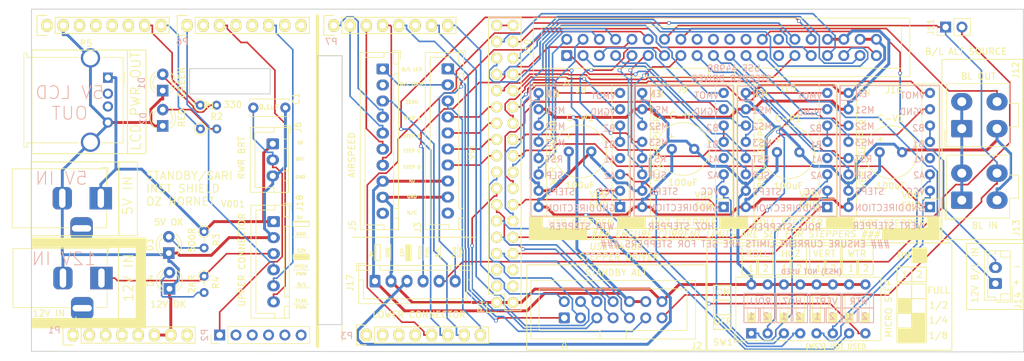
<source format=kicad_pcb>
(kicad_pcb (version 20211014) (generator pcbnew)
  (title_block (date "mar. 31 mars 2015"))
  (layers (0 "F.Cu" signal) (31 "B.Cu" signal) (34 "B.Paste" user) (35 "F.Paste" user) (36 "B.SilkS" user "B.Silkscreen") (37 "F.SilkS" user "F.Silkscreen") (38 "B.Mask" user) (39 "F.Mask" user) (44 "Edge.Cuts" user))
  (net 0 "")
  (net 1 "/RWR_BRT_ANA")
  (net 2 "/SCL")
  (net 3 "/ALT_COIL_C")
  (net 4 "/SDA")
  (net 5 "/ALT_COIL_D")
  (net 6 "/ALT_ENC_A")
  (net 7 "/ALT_COIL_A")
  (net 9 "GNDD")
  (net 10 "/ALT_ENC_B")
  (net 11 "/ALT_COIL_B")
  (net 12 "/VVI_ZERO_DET")
  (net 13 "/VVI_COIL_A")
  (net 14 "/LOWER_OUTPUT_5V")
  (net 15 "/UPPER_OUTPUT_5V")
  (net 16 "+5VL")
  (net 17 "/VVI_COIL_B")
  (net 18 "/VVI_COIL_C")
  (net 19 "/VVI_COIL_D")
  (net 20 "/AIR_ZERO_DET")
  (net 21 "/WL_EN")
  (net 22 "/IOREF")
  (net 23 "/Reset")
  (net 24 "+3V3")
  (net 25 "/Vin")
  (net 26 "/WL_STEP")
  (net 27 "/LED_DATA_LOOP_3")
  (net 28 "/LED_DATA_OUT")
  (net 29 "/LED+5V")
  (net 30 "/LED_DATA_LOOP_1")
  (net 31 "/LED_DATA_IN")
  (net 32 "/LED_DATA_LOOP_2")
  (net 36 "/WL_DIR")
  (net 37 "/HOZ_EN")
  (net 38 "/HOZ_STEP")
  (net 39 "/HOZ_DIR")
  (net 40 "/ENCODER_A")
  (net 41 "/TEST_PUSH")
  (net 42 "/ENCODER_B")
  (net 43 "/ENCODER_PUSH")
  (net 44 "/ROLL_ZERO_IR")
  (net 47 "Net-(J8-Pad5)")
  (net 49 "/HOZ_ZERO_IR")
  (net 50 "/VER_ZERO_IR")
  (net 51 "/WL_ZERO_IR")
  (net 52 "/ALT_B{slash}L_LOWER")
  (net 53 "/ROLL_EN")
  (net 54 "/ROLL_STEP")
  (net 55 "/ROLL_DIR")
  (net 56 "/VER_EN")
  (net 58 "Net-(J16-Pad5)")
  (net 59 "Net-(J9-Pad5)")
  (net 62 "/VER_STEP")
  (net 63 "/HOZ_STEP_GND")
  (net 64 "/VER_DIR")
  (net 67 "/SERVO_PITCH_U")
  (net 68 "Net-(P4-Pad35)")
  (net 69 "/AIR_COIL_D")
  (net 70 "/AIR_COIL_C")
  (net 71 "/AIR_COIL_B")
  (net 72 "/AIR_COIL_A")
  (net 73 "/SERVO_PITCH")
  (net 75 "/SERVO_FLAG")
  (net 77 "/ALT_B{slash}L_UPPER")
  (net 78 "/ALT_ZERO_DET")
  (net 79 "/BACK{slash}LT_+")
  (net 80 "/BACK{slash}LT_-")
  (net 81 "/SERVO_FLAG_U")
  (net 85 "/HOZ_STEP_V+")
  (net 86 "/ROLL_MS1")
  (net 87 "/ROLL_MS2")
  (net 90 "/ROLL_2B")
  (net 91 "/ROLL_2A")
  (net 93 "/ROLL_1A")
  (net 94 "/ROLL_1B")
  (net 100 "/GREEN_LED")
  (net 101 "/RED_LED")
  (net 105 "/HOZ_MS1")
  (net 106 "/HOZ_MS2")
  (net 109 "/HOZ_2B")
  (net 110 "/HOZ_2A")
  (net 111 "/HOZ_1A")
  (net 112 "/HOZ_1B")
  (net 113 "/VER_MS1")
  (net 114 "/VER_MS2")
  (net 117 "/VER_2B")
  (net 118 "/VER_2A")
  (net 119 "/VER_1A")
  (net 120 "/VER_1B")
  (net 121 "/WL_MS1")
  (net 122 "/WL_MS2")
  (net 124 "Net-(J15-Pad5)")
  (net 125 "/WL_2B")
  (net 126 "/WL_2A")
  (net 127 "/WL_1A")
  (net 128 "/WL_1B")
  (net 135 "/UPPER_OUTPUT_12V")
  (net 136 "Net-(D3-Pad2)")
  (net 137 "Net-(D4-Pad2)")
  (net 138 "Net-(D1-Pad2)")
  (net 139 "Net-(D2-Pad2)")
  (footprint "Socket_Arduino_Mega:Socket_Strip_Arduino_2x18" (layer "F.Cu") (at 197.358 114.046 90)
    (fp_text reference "P4")
    (fp_text value "Digital" hide)
  )
  (footprint "Socket_Arduino_Mega:Socket_Strip_Arduino_1x08" (layer "F.Cu") (at 131.318 119.126)
    (fp_text reference "P1")
    (fp_text value "Power")
  )
  (footprint "Connector_PinHeader_2.54mm:PinHeader_1x06_P2.54mm_Vertical" (layer "F.Cu") (at 154.178 119.126 90)
    (fp_text reference "P2")
    (fp_text value "Analog")
  )
  (footprint "Socket_Arduino_Mega:Socket_Strip_Arduino_1x08" (layer "F.Cu") (at 177.038 119.126)
    (fp_text reference "P3")
    (fp_text value "Analog")
  )
  (footprint "Socket_Arduino_Mega:Socket_Strip_Arduino_1x08" (layer "F.Cu") (at 127.254 70.866)
    (fp_text reference "P5")
    (fp_text value "PWM")
  )
  (footprint "Socket_Arduino_Mega:Socket_Strip_Arduino_1x08" (layer "F.Cu") (at 149.098 70.866)
    (fp_text reference "P6")
    (fp_text value "PWM")
  )
  (footprint "Socket_Arduino_Mega:Socket_Strip_Arduino_1x08" (layer "F.Cu") (at 171.958 70.866)
    (fp_text reference "P7")
    (fp_text value "Communication")
  )
  (footprint "LED_THT:LED_D3.0mm" (layer "F.Cu") (at 145.3 81.025 90)
    (fp_text reference "D1")
    (fp_text value "GREEN")
  )
  (footprint "LED_THT:LED_D3.0mm" (layer "F.Cu") (at 145.3 86.525 90)
    (fp_text reference "D2")
    (fp_text value "RED")
  )
  (footprint "Resistor_THT:R_Axial_DIN0204_L3.6mm_D1.6mm_P2.54mm_Vertical" (layer "F.Cu") (at 151.15 83.3)
    (fp_text reference "R1")
    (fp_text value "330")
  )
  (footprint "Connector_IDC:IDC-Header_2x07_P2.54mm_Vertical" (layer "F.Cu") (at 207.89 116.45 90)
    (fp_text reference "J2")
    (fp_text value "STANDBY ALT")
  )
  (footprint "LED_THT:LED_D3.0mm" (layer "F.Cu") (at 146.35 111.925 90)
    (fp_text reference "D4")
    (fp_text value "LED")
  )
  (footprint "Connector_JST:JST_XH_B6B-XH-A_1x06_P2.50mm_Vertical" (layer "F.Cu") (at 178.388 110.727)
    (fp_text reference "J17")
    (fp_text value "LOWER CONNECTOR")
  )
  (footprint "Connector_JST:JST_XH_B10B-XH-A_1x10_P2.50mm_Vertical" (layer "F.Cu") (at 189.738 77.63 -90)
    (fp_text reference "J3")
    (fp_text value "VVI")
  )
  (footprint "PT_Library_v001:PT_R_Axial_DIN0204_L3.6mm_D1.6mm_P2.54mm_Vertical" (layer "F.Cu") (at 151.18 86.995)
    (fp_text reference "R2")
    (fp_text value "330")
  )
  (footprint "Resistor_THT:R_Axial_DIN0204_L3.6mm_D1.6mm_P2.54mm_Vertical" (layer "F.Cu") (at 151.75 109.96 -90)
    (fp_text reference "R4")
    (fp_text value "2000")
  )
  (footprint "Capacitor_THT:C_Radial_D8.0mm_H7.0mm_P3.50mm" (layer "F.Cu") (at 241.0496 90.62)
    (fp_text reference "C-R1")
    (fp_text value "100uF")
  )
  (footprint "Capacitor_THT:C_Radial_D8.0mm_H7.0mm_P3.50mm" (layer "F.Cu") (at 224.6496 90.12)
    (fp_text reference "C-H1")
    (fp_text value "100uF")
  )
  (footprint "Connector_BarrelJack:BarrelJack_Horizontal" (layer "F.Cu") (at 135.65 97.8)
    (fp_text reference "J4")
    (fp_text value "5V IN")
  )
  (footprint "Connector_USB:USB_A_Molex_67643_Horizontal" (layer "F.Cu") (at 136.75 79 -90)
    (fp_text reference "J1")
    (fp_text value "TO LCD")
  )
  (footprint "Connector_Molex:Molex_Mini-Fit_Jr_5566-04A_2x02_P4.20mm_Vertical" (layer "F.Cu") (at 269.85 98.1 90)
    (fp_text reference "J13")
    (fp_text value "BL IN")
  )
  (footprint "Capacitor_THT:C_Radial_D8.0mm_H7.0mm_P3.50mm" (layer "F.Cu") (at 257.0496 90.62)
    (fp_text reference "C-V1")
    (fp_text value "100uF")
  )
  (footprint "Connector_IDC:IDC-Header_2x20_P2.54mm_Vertical" (layer "F.Cu") (at 208.28 75.565 90)
    (fp_text reference "J10")
    (fp_text value "TO SARI PCB")
  )
  (footprint "Module:Pololu_Breakout-16_15.2x20.3mm" (layer "F.Cu") (at 264.8896 99.17 180)
    (fp_text reference "J16")
    (fp_text value "VERT STEPPER")
  )
  (footprint "Connector_BarrelJack:BarrelJack_Horizontal" (layer "F.Cu") (at 135.75 110.2425)
    (fp_text reference "J7")
    (fp_text value "STEPPER IN 12-20VDC")
  )
  (footprint "MountingHole:MountingHole_2.5mm" (layer "F.Cu") (at 276 118.85)
    (fp_text reference "H2")
    (fp_text value "H2")
  )
  (footprint "Capacitor_THT:C_Disc_D6.0mm_W2.5mm_P5.00mm" (layer "F.Cu") (at 159.425 83.693)
    (fp_text reference "C1")
    (fp_text value "0.1uF")
  )
  (footprint "LED_THT:LED_D3.0mm" (layer "F.Cu") (at 146.25 106.35 90)
    (fp_text reference "D3")
    (fp_text value "LED")
  )
  (footprint "MountingHole:MountingHole_2.5mm" (layer "F.Cu") (at 275.9 71.25)
    (fp_text reference "H1")
    (fp_text value "H1")
  )
  (footprint "Resistor_THT:R_Axial_DIN0204_L3.6mm_D1.6mm_P2.54mm_Vertical" (layer "F.Cu") (at 151.75 103.01 -90)
    (fp_text reference "R3")
    (fp_text value "500")
  )
  (footprint "Module:Pololu_Breakout-16_15.2x20.3mm" (layer "F.Cu") (at 232.7396 99.17 180)
    (fp_text reference "J9")
    (fp_text value "HOZ STEPPER")
  )
  (footprint "Connector_JST:JST_XH_B10B-XH-A_1x10_P2.50mm_Vertical" (layer "F.Cu") (at 179.595 77.65 -90)
    (fp_text reference "J5")
    (fp_text value "AIRSPEED")
  )
  (footprint "Connector_JST:JST_EH_B2B-EH-A_1x02_P2.50mm_Vertical" (layer "F.Cu") (at 275.1 111.1 90)
    (fp_text reference "J14")
    (fp_text value "12V B/L IN")
  )
  (footprint "Connector_JST:JST_XH_B3B-XH-A_1x03_P2.50mm_Vertical" (layer "F.Cu") (at 162.45 89.321 -90)
    (fp_text reference "J6")
    (fp_text value "RWR BRT")
  )
  (footprint "Connector_JST:JST_XH_B6B-XH-A_1x06_P2.50mm_Vertical" (layer "F.Cu") (at 162.577 101.446 -90)
    (fp_text reference "J18")
    (fp_text value "UPPER CONNECTOR")
  )
  (footprint "Button_Switch_THT:SW_DIP_SPSTx08_Slide_9.78x22.5mm_W7.62mm_P2.54mm" (layer "F.Cu") (at 237.05 118.8675 90)
    (fp_text reference "SW1")
    (fp_text value "MICRO STEP")
  )
  (footprint "Module:Pololu_Breakout-16_15.2x20.3mm" (layer "F.Cu") (at 248.8896 99.17 180)
    (fp_text reference "J15")
    (fp_text value "ROLL STEPPER")
  )
  (footprint "Module:Pololu_Breakout-16_15.2x20.3mm" (layer "F.Cu") (at 216.5896 99.17 180)
    (fp_text reference "J8")
    (fp_text value "WTR STEPPER")
  )
  (footprint "Connector_PinHeader_2.54mm:PinHeader_1x02_P2.54mm_Vertical" (layer "F.Cu") (at 267.335 71.12 90)
    (fp_text reference "J11")
    (fp_text value "B/L ALT SOURCE")
  )
  (footprint "Capacitor_THT:C_Radial_D8.0mm_H7.0mm_P3.50mm" (layer "F.Cu") (at 208.5996 90.52)
    (fp_text reference "C-W1")
    (fp_text value "100uF")
  )
  (footprint "Connector_Molex:Molex_Mini-Fit_Jr_5566-04A_2x02_P4.20mm_Vertical" (layer "F.Cu") (at 269.85 86.95 90)
    (fp_text reference "J12")
    (fp_text value "BL OUT")
  )
  (gr_rect (start 253.445619 82.536) (end 250.905619 80.25) (layer "B.SilkS") (width 0.15) (fill none))
  (gr_rect (start 250.399619 100.62) (end 234.905619 80.3) (layer "B.SilkS") (width 0.15) (fill none))
  (gr_rect (start 240.98 117.2) (end 243.266 114.914) (layer "B.SilkS") (width 0.15) (fill none))
  (gr_rect (start 248.727 117.2) (end 251.013 114.914) (layer "B.SilkS") (width 0.15) (fill none))
  (gr_rect (start 240.98 114.914) (end 245.806 112.628) (layer "B.SilkS") (width 0.15) (fill none))
  (gr_rect (start 251.267 117.2) (end 253.553 114.914) (layer "B.SilkS") (width 0.15) (fill none))
  (gr_rect (start 253.807 117.2) (end 256.093 114.914) (layer "B.SilkS") (width 0.15) (fill none))
  (gr_rect (start 246.187 117.2) (end 248.473 114.914) (layer "B.SilkS") (width 0.15) (fill none))
  (gr_rect (start 237.445619 82.586) (end 234.905619 80.3) (layer "B.SilkS") (width 0.15) (fill none))
  (gr_rect (start 243.52 117.2) (end 245.806 114.914) (layer "B.SilkS") (width 0.15) (fill none))
  (gr_rect (start 266.399619 100.57) (end 250.905619 80.25) (layer "B.SilkS") (width 0.15) (fill none))
  (gr_rect (start 234.299619 100.57) (end 218.805619 80.25) (layer "B.SilkS") (width 0.15) (fill none))
  (gr_rect (start 238.44 117.2) (end 240.726 114.914) (layer "B.SilkS") (width 0.15) (fill none))
  (gr_rect (start 221.345619 82.536) (end 218.805619 80.25) (layer "B.SilkS") (width 0.15) (fill none))
  (gr_rect (start 235.9 117.2) (end 238.186 114.914) (layer "B.SilkS") (width 0.15) (fill none))
  (gr_rect (start 218.199619 100.62) (end 202.705619 80.3) (layer "B.SilkS") (width 0.15) (fill none))
  (gr_line (start 237.19181 94.524) (end 237.19181 91.73) (layer "B.SilkS") (width 0.15))
  (gr_line (start 204.99181 94.524) (end 204.99181 91.73) (layer "B.SilkS") (width 0.15))
  (gr_rect (start 246.187 114.914) (end 251.013 112.628) (layer "B.SilkS") (width 0.15) (fill none))
  (gr_line (start 221.09181 94.474) (end 221.09181 91.68) (layer "B.SilkS") (width 0.15))
  (gr_rect (start 251.267 114.914) (end 256.093 112.628) (layer "B.SilkS") (width 0.15) (fill none))
  (gr_line (start 253.19181 94.474) (end 253.19181 91.68) (layer "B.SilkS") (width 0.15))
  (gr_rect (start 235.9 114.914) (end 240.726 112.628) (layer "B.SilkS") (width 0.15) (fill none))
  (gr_rect (start 205.245619 82.586) (end 202.705619 80.3) (layer "B.SilkS") (width 0.15) (fill none))
  (gr_rect (start 139.8 74.707) (end 142.7 90.85) (layer "F.SilkS") (width 0.15) (fill none))
  (gr_rect (start 259.75 118.057) (end 262.036 120.343) (layer "F.SilkS") (width 0.15) (fill solid))
  (gr_line (start 165.735 111.76) (end 168.275 111.76) (layer "F.SilkS") (width 0.1))
  (gr_rect (start 246.137 105.178) (end 250.963 107.464) (layer "F.SilkS") (width 0.15) (fill none))
  (gr_rect (start 231.16449 111.38495) (end 233.894253 113.67095) (layer "F.SilkS") (width 0.15) (fill none))
  (gr_rect (start 259.75 113.457) (end 262.036 115.743) (layer "F.SilkS") (width 0.15) (fill solid))
  (gr_rect (start 246.137 107.464) (end 248.423 109.75) (layer "F.SilkS") (width 0.15) (fill none))
  (gr_rect (start 248.725 100.85) (end 253.075 102.443) (layer "F.SilkS") (width 0.15) (fill solid))
  (gr_line (start 174.752 103.886) (end 194.056 103.886) (layer "F.SilkS") (width 0.15))
  (gr_rect (start 262.057 108.521) (end 264.343 110.807) (layer "F.SilkS") (width 0.15) (fill none))
  (gr_rect (start 240.803 105.178) (end 245.629 107.464) (layer "F.SilkS") (width 0.15) (fill none))
  (gr_rect (start 251.217 105.178) (end 256.043 107.464) (layer "F.SilkS") (width 0.15) (fill none))
  (gr_rect (start 257.5 102.557) (end 266.45 104.15) (layer "F.SilkS") (width 0.15) (fill solid))
  (gr_rect (start 262.014 113.457) (end 264.3 115.743) (layer "F.SilkS") (width 0.15) (fill none))
  (gr_rect (start 243.343 107.464) (end 245.629 109.75) (layer "F.SilkS") (width 0.15) (fill none))
  (gr_rect (start 124.8 92.157) (end 138.45 103.65) (layer "F.SilkS") (width 0.15) (fill none))
  (gr_line (start 183.131 107.548) (end 183.131 105.008) (layer "F.SilkS") (width 0.1))
  (gr_line (start 165.63 106.458) (end 168.17 106.458) (layer "F.SilkS") (width 0.1))
  (gr_rect (start 248.677 107.464) (end 250.963 109.75) (layer "F.SilkS") (width 0.15) (fill none))
  (gr_rect (start 231.166091 111.364) (end 233.892106 118.25) (layer "F.SilkS") (width 0.15) (fill none))
  (gr_rect (start 262.014 115.757) (end 264.3 118.043) (layer "F.SilkS") (width 0.15) (fill solid))
  (gr_rect (start 259.757 108.521) (end 262.043 110.807) (layer "F.SilkS") (width 0.15) (fill none))
  (gr_rect (start 202.05 108.2) (end 229.95 121.5) (layer "F.SilkS") (width 0.15) (fill none))
  (gr_line (start 165.608 103.886) (end 168.148 103.886) (layer "F.SilkS") (width 0.1))
  (gr_rect (start 270.6 104.85) (end 279.4 115.15) (layer "F.SilkS") (width 0.15) (fill none))
  (gr_line (start 165.608 108.966) (end 168.148 108.966) (layer "F.SilkS") (width 0.1))
  (gr_rect (start 165.65 102.2) (end 168.15 101.507) (layer "F.SilkS") (width 0.15) (fill none))
  (gr_rect (start 266.751475 76.15) (end 279.35 104.25) (layer "F.SilkS") (width 0.15) (fill none))
  (gr_rect (start 235.596 107.464) (end 237.882 109.75) (layer "F.SilkS") (width 0.15) (fill none))
  (gr_rect (start 202.45 102.5) (end 266.45 104.25) (layer "F.SilkS") (width 0.15) (fill none))
  (gr_line (start 173.228 75.565) (end 173.228 120.0785) (layer "F.SilkS") (width 0.15))
  (gr_line (start 169.418 69.342) (end 169.418 120.904) (layer "F.SilkS") (width 0.5))
  (gr_line (start 165.608 114.3) (end 168.148 114.3) (layer "F.SilkS") (width 0.1))
  (gr_rect (start 138.4 104.007) (end 141.3 117.9) (layer "F.SilkS") (width 0.15) (fill none))
  (gr_rect (start 259.75 111.15) (end 262.036 113.436) (layer "F.SilkS") (width 0.15) (fill none))
  (gr_rect (start 251.217 107.464) (end 253.503 109.75) (layer "F.SilkS") (width 0.15) (fill none))
  (gr_line (start 185.928 107.516) (end 185.928 104.976) (layer "F.SilkS") (width 0.1))
  (gr_line (start 169.4815 75.565) (end 173.228 75.565) (layer "F.SilkS") (width 0.15))
  (gr_rect (start 230.15 104.757) (end 268.3 121.5) (layer "F.SilkS") (width 0.15) (fill none))
  (gr_rect (start 231.166091 115.95) (end 233.9 118.236) (layer "F.SilkS") (width 0.15) (fill none))
  (gr_line (start 191.262 107.516) (end 191.262 104.976) (layer "F.SilkS") (width 0.1))
  (gr_rect (start 179.2 107.5) (end 178.507 105) (layer "F.SilkS") (width 0.15) (fill none))
  (gr_line (start 180.848 107.516) (end 180.848 104.976) (layer "F.SilkS") (width 0.1))
  (gr_rect (start 262.1 105.557) (end 264.386 107.843) (layer "F.SilkS") (width 0.15) (fill solid))
  (gr_rect (start 232.125 100.85) (end 236.475 102.443) (layer "F.SilkS") (width 0.15) (fill solid))
  (gr_rect (start 253.757 107.464) (end 256.043 109.75) (layer "F.SilkS") (width 0.15) (fill none))
  (gr_rect (start 240.803 107.464) (end 243.089 109.75) (layer "F.SilkS") (width 0.15) (fill none))
  (gr_rect (start 235.596 105.178) (end 240.422 107.464) (layer "F.SilkS") (width 0.15) (fill none))
  (gr_rect (start 202.45 102.557) (end 211.4 104.15) (layer "F.SilkS") (width 0.15) (fill solid))
  (gr_rect (start 124.9 116.55) (end 142.6 117.993) (layer "F.SilkS") (width 0.15) (fill solid))
  (gr_rect (start 259.75 115.757) (end 262.036 118.043) (layer "F.SilkS") (width 0.15) (fill none))
  (gr_rect (start 238.136 107.464) (end 240.422 109.75) (layer "F.SilkS") (width 0.15) (fill none))
  (gr_rect (start 124.9 104.0035) (end 142.65 105.4465) (layer "F.SilkS") (width 0.15) (fill solid))
  (gr_rect (start 141.1785 117.9) (end 142.6215 104) (layer "F.SilkS") (width 0.15) (fill solid))
  (gr_rect (start 124.9 74.707) (end 139.8 90.85) (layer "F.SilkS") (width 0.15) (fill none))
  (gr_rect (start 202.525 100.807) (end 204.475 102.4) (layer "F.SilkS") (width 0.15) (fill solid))
  (gr_line (start 188.595 107.516) (end 188.595 104.976) (layer "F.SilkS") (width 0.1))
  (gr_rect (start 183.307 105.05) (end 184 107.55) (layer "F.SilkS") (width 0.15) (fill solid))
  (gr_rect (start 262.014 111.15) (end 264.3 113.436) (layer "F.SilkS") (width 0.15) (fill none))
  (gr_rect (start 138.45 92.157) (end 141.35 103.65) (layer "F.SilkS") (width 0.15) (fill none))
  (gr_rect (start 165.65 107.343) (end 168.15 106.65) (layer "F.SilkS") (width 0.15) (fill solid))
  (gr_rect (start 264.45 100.7535) (end 266.4 102.3465) (layer "F.SilkS") (width 0.15) (fill solid))
  (gr_line (start 178.308 107.516) (end 178.308 104.976) (layer "F.SilkS") (width 0.1))
  (gr_rect (start 262.014 118.057) (end 264.3 120.343) (layer "F.SilkS") (width 0.15) (fill solid))
  (gr_line (start 165.608 101.346) (end 168.148 101.346) (layer "F.SilkS") (width 0.1))
  (gr_rect (start 202.45 100.75) (end 266.45 102.5) (layer "F.SilkS") (width 0.15) (fill none))
  (gr_rect (start 216.175 100.807) (end 220.525 102.4) (layer "F.SilkS") (width 0.15) (fill solid))
  (gr_line (start 124.841 121.666) (end 279.5 121.75) (layer "Edge.Cuts") (width 0.15))
  (gr_line (start 149.479 77.597) (end 149.606 77.597) (layer "Edge.Cuts") (width 0.15))
  (gr_line (start 169.418 117.5004) (end 169.4688 75.5904) (layer "Edge.Cuts") (width 0.15))
  (gr_line (start 124.841 68.326) (end 279.45 68.35) (layer "Edge.Cuts") (width 0.15))
  (gr_line (start 173.228 117.5004) (end 169.418 117.5004) (layer "Edge.Cuts") (width 0.15))
  (gr_line (start 149.606 77.597) (end 162.052 77.597) (layer "Edge.Cuts") (width 0.15))
  (gr_line (start 149.479 81.534) (end 149.479 77.597) (layer "Edge.Cuts") (width 0.15))
  (gr_line (start 173.2788 75.5904) (end 173.228 117.5004) (layer "Edge.Cuts") (width 0.15))
  (gr_line (start 162.052 81.534) (end 149.479 81.534) (layer "Edge.Cuts") (width 0.15))
  (gr_line (start 279.5 121.75) (end 279.45 68.35) (layer "Edge.Cuts") (width 0.15))
  (gr_line (start 124.841 68.326) (end 124.841 121.666) (layer "Edge.Cuts") (width 0.15))
  (gr_line (start 169.4688 75.5904) (end 173.2788 75.5904) (layer "Edge.Cuts") (width 0.15))
  (gr_line (start 162.052 77.597) (end 162.052 81.534) (layer "Edge.Cuts") (width 0.15))
  (gr_text "WTR" (at 253.807 113.898) (layer "B.SilkS") (effects (font (size 1 1)) (justify mirror)))
  (gr_text "A2" (at 214.969048 94.27) (layer "B.SilkS") (effects (font (size 1 1)) (justify mirror)))
  (gr_text "MS2\n" (at 206.515619 86.65) (layer "B.SilkS") (effects (font (size 1 1)) (justify mirror)))
  (gr_text "RST\n" (at 222.448953 91.68) (layer "B.SilkS") (effects (font (size 1 1)) (justify mirror)))
  (gr_text "VCC" (at 246.645238 96.81) (layer "B.SilkS") (effects (font (size 1 1)) (justify mirror)))
  (gr_text "VMOT" (at 262.169048 81.774) (layer "B.SilkS") (effects (font (size 1 1)) (justify mirror)))
  (gr_text "B2" (at 230.997619 86.854) (layer "B.SilkS") (effects (font (size 1 1)) (justify mirror)))
  (gr_text "SLP" (at 222.472762 94.22) (layer "B.SilkS") (effects (font (size 1 1)) (justify mirror)))
  (gr_text "VGND" (at 262.121429 84.314) (layer "B.SilkS") (effects (font (size 1 1)) (justify mirror)))
  (gr_text "MS2\n" (at 254.715619 86.6) (layer "B.SilkS") (effects (font (size 1 1)) (justify mirror)))
  (gr_text "RST\n" (at 238.548953 91.73) (layer "B.SilkS") (effects (font (size 1 1)) (justify mirror)))
  (gr_text "SLP" (at 254.572762 94.22) (layer "B.SilkS") (effects (font (size 1 1)) (justify mirror)))
  (gr_text "GND" (at 262.55 99.3) (layer "B.SilkS") (effects (font (size 1 1)) (justify mirror)))
  (gr_text "DIRECTION\n" (at 224.948953 99.3) (layer "B.SilkS") (effects (font (size 1 1)) (justify mirror)))
  (gr_text "2" (at 244.409 116.184) (layer "B.SilkS") (effects (font (size 1 1)) (justify mirror)))
  (gr_text "MS1" (at 222.615619 84.06) (layer "B.SilkS") (effects (font (size 1 1)) (justify mirror)))
  (gr_text "B1" (at 263.097619 89.394) (layer "B.SilkS") (effects (font (size 1 1)) (justify mirror)))
  (gr_text "SLP" (at 206.372762 94.27) (layer "B.SilkS") (effects (font (size 1 1)) (justify mirror)))
  (gr_text "MS2\n" (at 238.715619 86.65) (layer "B.SilkS") (effects (font (size 1 1)) (justify mirror)))
  (gr_text "VCC" (at 214.445238 96.81) (layer "B.SilkS") (effects (font (size 1 1)) (justify mirror)))
  (gr_text "2" (at 239.329 116.184) (layer "B.SilkS") (effects (font (size 1 1)) (justify mirror)))
  (gr_text "B1" (at 214.897619 89.444) (layer "B.SilkS") (effects (font (size 1 1)) (justify mirror)))
  (gr_text "USE A4988 \nSTEPPER DRIVER" (at 233.95 78.35) (layer "B.SilkS") (effects (font (size 1 1)) (justify mirror)))
  (gr_text "MS1" (at 206.515619 84.11) (layer "B.SilkS") (effects (font (size 1 1)) (justify mirror)))
  (gr_text "A2" (at 263.169048 94.22) (layer "B.SilkS") (effects (font (size 1 1)) (justify mirror)))
  (gr_text "A2" (at 247.169048 94.27) (layer "B.SilkS") (effects (font (size 1 1)) (justify mirror)))
  (gr_text "2" (at 254.696 116.184) (layer "B.SilkS") (effects (font (size 1 1)) (justify mirror)))
  (gr_text "GND" (at 214.35 99.35) (layer "B.SilkS") (effects (font (size 1 1)) (justify mirror)))
  (gr_text "VMOT" (at 213.969048 81.824) (layer "B.SilkS") (effects (font (size 1 1)) (justify mirror)))
  (gr_text "MS3\n" (at 254.715619 89.14) (layer "B.SilkS") (effects (font (size 1 1)) (justify mirror)))
  (gr_text "A1" (at 231.069048 91.68) (layer "B.SilkS") (effects (font (size 1 1)) (justify mirror)))
  (gr_text "B2" (at 214.897619 86.904) (layer "B.SilkS") (effects (font (size 1 1)) (justify mirror)))
  (gr_text "B2" (at 263.097619 86.854) (layer "B.SilkS") (effects (font (size 1 1)) (justify mirror)))
  (gr_text "HOZ STEPPER" (at 226.1 102.2) (layer "B.SilkS") (effects (font (size 1 1)) (justify mirror)))
  (gr_text "EN" (at 254.168 81.52) (layer "B.SilkS") (effects (font (size 1 1)) (justify mirror)))
  (gr_text "A1" (at 214.969048 91.73) (layer "B.SilkS") (effects (font (size 1 1)) (justify mirror)))
  (gr_text "STEPS" (at 255.477524 96.76) (layer "B.SilkS") (effects (font (size 1 1)) (justify mirror)))
  (gr_text "### ENSURE CURRENT LIMITS ARE SET FOR STEPPERS ###" (at 236.1 104.95) (layer "B.SilkS") (effects (font (size 1 1)) (justify mirror)))
  (gr_text "EN" (at 238.168 81.57) (layer "B.SilkS") (effects (font (size 1 1)) (justify mirror)))
  (gr_text "1" (at 242.123 116.184) (layer "B.SilkS") (effects (font (size 1 1)) (justify mirror)))
  (gr_text "STEPS" (at 207.277524 96.81) (layer "B.SilkS") (effects (font (size 1 1)) (justify mirror)))
  (gr_text "DIRECTION\n" (at 257.048953 99.3) (layer "B.SilkS") (effects (font (size 1 1)) (justify mirror)))
  (gr_text "12V IN" (at 129.9 107.25) (layer "B.SilkS") (effects (font (size 2 2)) (justify mirror)))
  (gr_text "STEPS" (at 223.377524 96.76) (layer "B.SilkS") (effects (font (size 1 1)) (justify mirror)))
  (gr_text "B2" (at 247.097619 86.904) (layer "B.SilkS") (effects (font (size 1 1)) (justify mirror)))
  (gr_text "B1" (at 230.997619 89.394) (layer "B.SilkS") (effects (font (size 1 1)) (justify mirror)))
  (gr_text "RST\n" (at 206.348953 91.73) (layer "B.SilkS") (effects (font (size 1 1)) (justify mirror)))
  (gr_text "A2" (at 231.069048 94.22) (layer "B.SilkS") (effects (font (size 1 1)) (justify mirror)))
  (gr_text "MS1" (at 238.715619 84.11) (layer "B.SilkS") (effects (font (size 1 1)) (justify mirror)))
  (gr_text "RST\n" (at 254.548953 91.68) (layer "B.SilkS") (effects (font (size 1 1)) (justify mirror)))
  (gr_text "WTR STEPPER" (at 210.6 102.2) (layer "B.SilkS") (effects (font (size 1 1)) (justify mirror)))
  (gr_text "5V LCD\nOUT" (at 130.8 82.95) (layer "B.SilkS") (effects (font (size 2 2)) (justify mirror)))
  (gr_text "VERT" (at 248.727 113.898) (layer "B.SilkS") (effects (font (size 1 1)) (justify mirror)))
  (gr_text "MS1" (at 254.715619 84.06) (layer "B.SilkS") (effects (font (size 1 1)) (justify mirror)))
  (gr_text "VMOT" (at 246.169048 81.824) (layer "B.SilkS") (effects (font (size 1 1)) (justify mirror)))
  (gr_text "STEPS" (at 239.477524 96.81) (layer "B.SilkS") (effects (font (size 1 1)) (justify mirror)))
  (gr_text "DIRECTION\n" (at 241.048953 99.35) (layer "B.SilkS") (effects (font (size 1 1)) (justify mirror)))
  (gr_text "1" (at 247.33 116.184) (layer "B.SilkS") (effects (font (size 1 1)) (justify mirror)))
  (gr_text "EN" (at 205.968 81.57) (layer "B.SilkS") (effects (font (size 1 1)) (justify mirror)))
  (gr_text "HOZ" (at 243.393 113.898) (layer "B.SilkS") (effects (font (size 1 1)) (justify mirror)))
  (gr_text "MS2\n" (at 222.615619 86.6) (layer "B.SilkS") (effects (font (size 1 1)) (justify mirror)))
  (gr_text "MS3\n" (at 206.515619 89.19) (layer "B.SilkS") (effects (font (size 1 1)) (justify mirror)))
  (gr_text "VGND" (at 230.021429 84.314) (layer "B.SilkS") (effects (font (size 1 1)) (justify mirror)))
  (gr_text "VGND" (at 213.921429 84.364) (layer "B.SilkS") (effects (font (size 1 1)) (justify mirror)))
  (gr_text "1" (at 252.41 116.184) (layer "B.SilkS") (effects (font (size 1 1)) (justify mirror)))
  (gr_text "2" (at 249.616 116.184) (layer "B.SilkS") (effects (font (size 1 1)) (justify mirror)))
  (gr_text "VCC" (at 262.645238 96.76) (layer "B.SilkS") (effects (font (size 1 1)) (justify mirror)))
  (gr_text "GND" (at 246.55 99.35) (layer "B.SilkS") (effects (font (size 1 1)) (justify mirror)))
  (gr_text "VMOT" (at 230.069048 81.774) (layer "B.SilkS") (effects (font (size 1 1)) (justify mirror)))
  (gr_text "(MS3) NOT USED" (at 246.45 109.25) (layer "B.SilkS") (effects (font (size 0.75 0.75)) (justify mirror)))
  (gr_text "1" (at 237.043 116.184) (layer "B.SilkS") (effects (font (size 1 1)) (justify mirror)))
  (gr_text "EN" (at 222.068 81.52) (layer "B.SilkS") (effects (font (size 1 1)) (justify mirror)))
  (gr_text "A1" (at 247.169048 91.73) (layer "B.SilkS") (effects (font (size 1 1)) (justify mirror)))
  (gr_text "ROLL STEPPER" (at 242.45 102.3) (layer "B.SilkS") (effects (font (size 1 1)) (justify mirror)))
  (gr_text "VCC" (at 230.545238 96.76) (layer "B.SilkS") (effects (font (size 1 1)) (justify mirror)))
  (gr_text "A1" (at 263.169048 91.68) (layer "B.SilkS") (effects (font (size 1 1)) (justify mirror)))
  (gr_text "GND" (at 230.45 99.3) (layer "B.SilkS") (effects (font (size 1 1)) (justify mirror)))
  (gr_text "DIRECTION\n" (at 208.848953 99.35) (layer "B.SilkS") (effects (font (size 1 1)) (justify mirror)))
  (gr_text "MS3\n" (at 222.615619 89.14) (layer "B.SilkS") (effects (font (size 1 1)) (justify mirror)))
  (gr_text "5V IN" (at 129.5 94.7) (layer "B.SilkS") (effects (font (size 2 2)) (justify mirror)))
  (gr_text "MS3\n" (at 238.715619 89.19) (layer "B.SilkS") (effects (font (size 1 1)) (justify mirror)))
  (gr_text "VGND" (at 246.121429 84.364) (layer "B.SilkS") (effects (font (size 1 1)) (justify mirror)))
  (gr_text "ROLL" (at 238.313 113.898) (layer "B.SilkS") (effects (font (size 1 1)) (justify mirror)))
  (gr_text "VERT STEPPER" (at 258.25 102.1) (layer "B.SilkS") (effects (font (size 1 1)) (justify mirror)))
  (gr_text "B1" (at 247.097619 89.444) (layer "B.SilkS") (effects (font (size 1 1)) (justify mirror)))
  (gr_text "SLP" (at 238.572762 94.27) (layer "B.SilkS") (effects (font (size 1 1)) (justify mirror)))
  (gr_text "B/L LOOP" (at 184.15 80.01) (layer "F.SilkS") (effects (font (size 0.5 0.5) (thickness 0.125))))
  (gr_text "FULL" (at 266.25 112.15) (layer "F.SilkS") (effects (font (size 1 1))))
  (gr_text "2" (at 254.9 108.734) (layer "F.SilkS") (effects (font (size 1 1))))
  (gr_text "VERT" (at 248.423 106.448) (layer "F.SilkS") (effects (font (size 1 1))))
  (gr_text "2" (at 263.283 109.691) (layer "F.SilkS") (effects (font (size 1 1))))
  (gr_text "VDD\nGND\n" (at 229.655619 98.17) (layer "F.SilkS") (effects (font (size 1 1))))
  (gr_text "PITCH" (at 166.878 108.458) (layer "F.SilkS") (effects (font (size 0.5 0.5) (thickness 0.125))))
  (gr_text "12V" (at 166.9 105.95) (layer "F.SilkS") (effects (font (size 0.5 0.5) (thickness 0.125))))
  (gr_text "PWM" (at 186.563 106.246 90) (layer "F.SilkS") (effects (font (size 0.5 0.5) (thickness 0.125))))
  (gr_text "5V" (at 166.624 100.838) (layer "F.SilkS") (effects (font (size 0.5 0.5) (thickness 0.125))))
  (gr_text "ROLL STEPPER" (at 238.605619 90.77 90) (layer "F.SilkS") (effects (font (size 1 1))))
  (gr_text "12V IN" (at 139.95 110.2 90) (layer "F.SilkS") (effects (font (size 1.5 1.5))))
  (gr_text "HOZ" (at 243.216 106.448) (layer "F.SilkS") (effects (font (size 1 1))))
  (gr_text "5V IN" (at 139.85 97.4 90) (layer "F.SilkS") (effects (font (size 1.5 1.5))))
  (gr_text "PWM" (at 166.878 114.808) (layer "F.SilkS") (effects (font (size 0.5 0.5) (thickness 0.125))))
  (gr_text "2KR" (at 149.85 111.18 90) (layer "F.SilkS") (effects (font (size 1 1))))
  (gr_text "(MS3) NOT USED" (at 250.2 120.9) (layer "F.SilkS") (effects (font (size 0.75 0.75))))
  (gr_text "5V" (at 177.8 106.5 90) (layer "F.SilkS") (effects (font (size 0.5 0.5) (thickness 0.125))))
  (gr_text "ZERO" (at 184.15 82.804) (layer "F.SilkS") (effects (font (size 0.5 0.5) (thickness 0.125))))
  (gr_text "GND" (at 166.751 94.488) (layer "F.SilkS") (effects (font (size 0.5 0.5) (thickness 0.125))))
  (gr_text "VDD\nGND\n" (at 245.955619 98.02) (layer "F.SilkS") (effects (font (size 1 1))))
  (gr_text "+" (at 257.049619 88.62 90) (layer "F.SilkS") (effects (font (size 1 1))))
  (gr_text "VDD\nGND\n" (at 213.255619 98.02) (layer "F.SilkS") (effects (font (size 1 1))))
  (gr_text "1" (at 236.993 108.734) (layer "F.SilkS") (effects (font (size 1 1))))
  (gr_text "WTR" (at 253.503 106.448) (layer "F.SilkS") (effects (font (size 1 1))))
  (gr_text "+" (at 208.499619 88.12 90) (layer "F.SilkS") (effects (font (size 1 1))))
  (gr_text "B/L" (at 188.087 106.246 90) (layer "F.SilkS") (effects (font (size 0.5 0.5) (thickness 0.125))))
  (gr_text "ON" (at 260.8 106.7) (layer "F.SilkS") (effects (font (size 1 1))))
  (gr_text "1" (at 247.534 108.734) (layer "F.SilkS") (effects (font (size 1 1))))
  (gr_text "STEP C" (at 184.15 90.424) (layer "F.SilkS") (effects (font (size 0.5 0.5) (thickness 0.125))))
  (gr_text "EN" (at 206.239619 81.57) (layer "F.SilkS") (effects (font (size 1 1))))
  (gr_text "EN" (at 222.389619 81.57) (layer "F.SilkS") (effects (font (size 1 1))))
  (gr_text "12V IN" (at 127.55 115.75) (layer "F.SilkS") (effects (font (size 1 1))))
  (gr_text "1" (at 252.614 108.734) (layer "F.SilkS") (effects (font (size 1 1))))
  (gr_text "+" (at 278.35 110.85) (layer "F.SilkS") (effects (font (size 1 1))))
  (gr_text "+" (at 224.549619 88.17 90) (layer "F.SilkS") (effects (font (size 1 1))))
  (gr_text "### ENSURE CURRENT LIMITS ARE SET FOR STEPPERS ###" (at 234.6 103.4) (layer "F.SilkS") (effects (font (size 1 1) (thickness 0.15) italic)))
  (gr_text "N/C" (at 184.15 100.076) (layer "F.SilkS") (effects (font (size 0.5 0.5) (thickness 0.125))))
  (gr_text "GND" (at 180.34 106.246 90) (layer "F.SilkS") (effects (font (size 0.5 0.5) (thickness 0.125))))
  (gr_text "1" (at 131.318 116.586 90) (layer "F.SilkS") (effects (font (size 1 1))))
  (gr_text "BRT" (at 166.751 91.694) (layer "F.SilkS") (effects (font (size 0.5 0.5) (thickness 0.125))))
  (gr_text "2" (at 239.279 108.734) (layer "F.SilkS") (effects (font (size 1 1))))
  (gr_text "VDD\nGND\n" (at 261.905619 98.12) (layer "F.SilkS") (effects (font (size 1 1))))
  (gr_text "ON" (at 232.608253 112.47095) (layer "F.SilkS") (effects (font (size 1 1))))
  (gr_text "STANDBY/SARI\nINST SHIELD \nOZ HORNET" (at 142.6 96.3) (layer "F.SilkS") (effects (font (size 1.25 1.25)) (justify left)))
  (gr_text "PWM" (at 191.77 106.246 90) (layer "F.SilkS") (effects (font (size 0.5 0.5) (thickness 0.125))))
  (gr_text "12V" (at 182.623 106.278 90) (layer "F.SilkS") (effects (font (size 0.5 0.5) (thickness 0.125))))
  (gr_text "1/2" (at 266.25 114.5) (layer "F.SilkS") (effects (font (size 1 1))))
  (gr_text "GND" (at 166.878 103.378) (layer "F.SilkS") (effects (font (size 0.5 0.5) (thickness 0.125))))
  (gr_text "FLAG" (at 190.754 106.246 90) (layer "F.SilkS") (effects (font (size 0.5 0.5) (thickness 0.125))))
  (gr_text "1/8" (at 266.2 119.2) (layer "F.SilkS") (effects (font (size 1 1))))
  (gr_text "5V" (at 184.15 95.25) (layer "F.SilkS") (effects (font (size 0.5 0.5) (thickness 0.125))))
  (gr_text "PITCH" (at 185.42 106.246 90) (layer "F.SilkS") (effects (font (size 0.5 0.5) (thickness 0.125))))
  (gr_text "STEP D" (at 184.15 92.964) (layer "F.SilkS") (effects (font (size 0.5 0.5) (thickness 0.125))))
  (gr_text "LCD PWR OUT" (at 141.1 82.65 90) (layer "F.SilkS") (effects (font (size 1.5 1.5))))
  (gr_text "HOZ STEPPER" (at 222.355619 90.12 90) (layer "F.SilkS") (effects (font (size 1 1))))
  (gr_text "OFF" (at 232.529127 117.049332) (layer "F.SilkS") (effects (font (size 1 1))))
  (gr_text "USE A4988 \nSTEPPER DRIVER" (at 216.35 106.15) (layer "F.SilkS") (effects (font (size 1 1) (thickness 0.15) italic)))
  (gr_text "V001\n" (at 156.25 98.7) (layer "F.SilkS") (effects (font (size 1 1))))
  (gr_text "1" (at 242.2 108.734) (layer "F.SilkS") (effects (font (size 1 1))))
  (gr_text "2" (at 244.486 108.734) (layer "F.SilkS") (effects (font (size 1 1))))
  (gr_text "2" (at 249.82 108.734) (layer "F.SilkS") (effects (font (size 1 1))))
  (gr_text "VERT STEPPER" (at 254.405619 90.87 90) (layer "F.SilkS") (effects (font (size 1 1))))
  (gr_text "EN" (at 254.689619 81.32) (layer "F.SilkS") (effects (font (size 1 1))))
  (gr_text "5V OK" (at 146.25 101.55) (layer "F.SilkS") (effects (font (size 1 1))))
  (gr_text "5V" (at 166.751 89.154) (layer "F.SilkS") (effects (font (size 0.5 0.5) (thickness 0.125))))
  (gr_text "B/L LED" (at 184.15 77.724) (layer "F.SilkS") (effects (font (size 0.5 0.5) (thickness 0.125))))
  (gr_text "PWM" (at 166.878 109.601) (layer "F.SilkS") (effects (font (size 0.5 0.5) (thickness 0.125))))
  (gr_text "1/4" (at 266.2 116.8) (layer "F.SilkS") (effects (font (size 1 1))))
  (gr_text "STEP B" (at 184.15 88.138) (layer "F.SilkS") (effects (font (size 0.5 0.5) (thickness 0.125))))
  (gr_text "B/L" (at 167.005 111.252) (layer "F.SilkS") (effects (font (size 0.5 0.5) (thickness 0.125))))
  (gr_text "500R" (at 149.85 104.33 90) (layer "F.SilkS") (effects (font (size 1 1))))
  (gr_text "1" (at 260.997 109.691) (layer "F.SilkS") (effects (font (size 1 1))))
  (gr_text "+" (at 241.099619 88.72 90) (layer "F.SilkS") (effects (font (size 1 1))))
  (gr_text "FLAG" (at 166.878 113.792) (layer "F.SilkS") (effects (font (size 0.5 0.5) (thickness 0.125))))
  (gr_text "-" (at 278.5 108.4) (layer "F.SilkS") (effects (font (size 1 1))))
  (gr_text "GND" (at 184.15 97.536) (layer "F.SilkS") (effects (font (size 0.5 0.5) (thickness 0.125))))
  (gr_text "ROLL" (at 238.009 106.448) (layer "F.SilkS") (effects (font (size 1 1))))
  (gr_text "12V OK" (at 146.15 114.35) (layer "F.SilkS") (effects (font (size 1 1))))
  (gr_text "EN" (at 238.639619 81.42) (layer "F.SilkS") (effects (font (size 1 1))))
  (gr_text "STEP A" (at 184.15 85.344) (layer "F.SilkS") (effects (font (size 0.5 0.5) (thickness 0.125))))
  (gr_text "WTR STEPPER" (at 206.155619 90.67 90) (layer "F.SilkS") (effects (font (size 1 1))))
  (segment (start 162.45 92.9963) (end 162.9642 92.9963) (width 0.25) (layer "F.Cu") (net 1))
  (segment (start 163.1367 107.696) (end 162.0338 107.696) (width 0.25) (layer "F.Cu") (net 1))
  (segment (start 162.9642 92.9963) (end 163.9302 93.9623) (width 0.25) (layer "F.Cu") (net 1))
  (segment (start 154.178 115.5518) (end 154.178 119.126) (width 0.25) (layer "F.Cu") (net 1))
  (segment (start 162.0338 107.696) (end 154.178 115.5518) (width 0.25) (layer "F.Cu") (net 1))
  (segment (start 162.45 91.821) (end 162.45 92.9963) (width 0.25) (layer "F.Cu") (net 1))
  (segment (start 163.9302 93.9623) (end 163.9302 106.9025) (width 0.25) (layer "F.Cu") (net 1))
  (segment (start 163.9302 106.9025) (end 163.1367 107.696) (width 0.25) (layer "F.Cu") (net 1))
  (segment (start 161.5685 90.6457) (end 159.425 88.5022) (width 0.25) (layer "B.Cu") (net 1))
  (segment (start 162.45 90.6457) (end 161.5685 90.6457) (width 0.25) (layer "B.Cu") (net 1))
  (segment (start 159.425 88.5022) (end 159.425 83.693) (width 0.25) (layer "B.Cu") (net 1))
  (segment (start 162.45 91.821) (end 162.45 90.6457) (width 0.25) (layer "B.Cu") (net 1))
  (segment (start 199.3821 112.7107) (end 206.6907 112.7107) (width 0.25) (layer "B.Cu") (net 2))
  (segment (start 198.5469 111.0135) (end 198.5469 111.8755) (width 0.25) (layer "B.Cu") (net 2))
  (segment (start 198.5469 111.8755) (end 199.3821 112.7107) (width 0.25) (layer "B.Cu") (net 2))
  (segment (start 196.9629 110.3171) (end 197.8505 110.3171) (width 0.25) (layer "B.Cu") (net 2))
  (segment (start 194.857 74.7961) (end 194.857 108.2112) (width 0.25) (layer "B.Cu") (net 2))
  (segment (start 197.8505 110.3171) (end 198.5469 111.0135) (width 0.25) (layer "B.Cu") (net 2))
  (segment (start 194.857 108.2112) (end 196.9629 110.3171) (width 0.25) (layer "B.Cu") (net 2))
  (segment (start 190.9269 70.866) (end 194.857 74.7961) (width 0.25) (layer "B.Cu") (net 2))
  (segment (start 189.738 70.866) (end 190.9269 70.866) (width 0.25) (layer "B.Cu") (net 2))
  (segment (start 206.6907 112.7107) (end 207.89 113.91) (width 0.25) (layer "B.Cu") (net 2))
  (segment (start 209.16 113.5079) (end 205.8881 110.236) (width 0.25) (layer "B.Cu") (net 3))
  (segment (start 210.43 116.45) (end 209.16 115.18) (width 0.25) (layer "B.Cu") (net 3))
  (segment (start 199.4473 110.236) (end 198.5469 109.3356) (width 0.25) (layer "B.Cu") (net 3))
  (segment (start 205.8881 110.236) (end 199.4473 110.236) (width 0.25) (layer "B.Cu") (net 3))
  (segment (start 197.7576 107.6842) (end 196.8511 107.6842) (width 0.25) (layer "B.Cu") (net 3))
  (segment (start 196.9885 94.9149) (end 197.358 94.9149) (width 0.25) (layer "B.Cu") (net 3))
  (segment (start 196.1385 106.9716) (end 196.1385 95.7649) (width 0.25) (layer "B.Cu") (net 3))
  (segment (start 196.1385 95.7649) (end 196.9885 94.9149) (width 0.25) (layer "B.Cu") (net 3))
  (segment (start 197.358 93.726) (end 197.358 94.9149) (width 0.25) (layer "B.Cu") (net 3))
  (segment (start 198.5469 109.3356) (end 198.5469 108.4735) (width 0.25) (layer "B.Cu") (net 3))
  (segment (start 196.8511 107.6842) (end 196.1385 106.9716) (width 0.25) (layer "B.Cu") (net 3))
  (segment (start 198.5469 108.4735) (end 197.7576 107.6842) (width 0.25) (layer "B.Cu") (net 3))
  (segment (start 209.16 115.18) (end 209.16 113.5079) (width 0.25) (layer "B.Cu") (net 3))
  (segment (start 187.198 70.866) (end 188.3869 70.866) (width 0.25) (layer "B.Cu") (net 4))
  (segment (start 211.7001 115.1801) (end 211.7001 116.862) (width 0.25) (layer "B.Cu") (net 4))
  (segment (start 198.5469 113.5534) (end 197.8506 112.8571) (width 0.25) (layer "B.Cu") (net 4))
  (segment (start 198.5469 114.4156) (end 198.5469 113.5534) (width 0.25) (layer "B.Cu") (net 4))
  (segment (start 210.9273 117.6348) (end 201.7661 117.6348) (width 0.25) (layer "B.Cu") (net 4))
  (segment (start 194.1597 77.8277) (end 188.3869 72.0549) (width 0.25) (layer "B.Cu") (net 4))
  (segment (start 197.8506 112.8571) (end 197.0241 112.8571) (width 0.25) (layer "B.Cu") (net 4))
  (segment (start 188.3869 72.0549) (end 188.3869 70.866) (width 0.25) (layer "B.Cu") (net 4))
  (segment (start 197.0241 112.8571) (end 194.1597 109.9927) (width 0.25) (layer "B.Cu") (net 4))
  (segment (start 210.43 113.91) (end 211.7001 115.1801) (width 0.25) (layer "B.Cu") (net 4))
  (segment (start 201.7661 117.6348) (end 198.5469 114.4156) (width 0.25) (layer "B.Cu") (net 4))
  (segment (start 211.7001 116.862) (end 210.9273 117.6348) (width 0.25) (layer "B.Cu") (net 4))
  (segment (start 194.1597 109.9927) (end 194.1597 77.8277) (width 0.25) (layer "B.Cu") (net 4))
  (segment (start 197.358 96.266) (end 197.358 97.4549) (width 0.25) (layer "F.Cu") (net 5))
  (segment (start 193.5344 100.907) (end 196.9865 97.4549) (width 0.25) (layer "F.Cu") (net 5))
  (segment (start 196.9865 97.4549) (end 197.358 97.4549) (width 0.25) (layer "F.Cu") (net 5))
  (segment (start 193.5344 105.1969) (end 193.5344 100.907) (width 0.25) (layer "F.Cu") (net 5))
  (via (at 193.5344 105.1969) (size 0.6) (drill 0.4) (layers "F.Cu" "B.Cu") (net 5))
  (segment (start 193.5344 111.9039) (end 193.5344 105.1969) (width 0.25) (layer "B.Cu") (net 5))
  (segment (start 211.3295 118.0905) (end 201.5849 118.0905) (width 0.25) (layer "B.Cu") (net 5))
  (segment (start 212.97 116.45) (end 211.3295 118.0905) (width 0.25) (layer "B.Cu") (net 5))
  (segment (start 201.5849 118.0905) (end 198.7293 115.2349) (width 0.25) (layer "B.Cu") (net 5))
  (segment (start 196.8654 115.2349) (end 193.5344 111.9039) (width 0.25) (layer "B.Cu") (net 5))
  (segment (start 198.7293 115.2349) (end 196.8654 115.2349) (width 0.25) (layer "B.Cu") (net 5))
  (segment (start 199.3642 107.6149) (end 206.6749 107.6149) (width 0.25) (layer "B.Cu") (net 6))
  (segment (start 206.6749 107.6149) (end 212.97 113.91) (width 0.25) (layer "B.Cu") (net 6))
  (segment (start 198.5469 106.7976) (end 199.3642 107.6149) (width 0.25) (layer "B.Cu") (net 6))
  (segment (start 197.358 106.426) (end 198.5469 106.426) (width 0.25) (layer "B.Cu") (net 6))
  (segment (start 198.5469 106.426) (end 198.5469 106.7976) (width 0.25) (layer "B.Cu") (net 6))
  (segment (start 198.5469 104.225) (end 198.5469 100.8122) (width 0.25) (layer "F.Cu") (net 7))
  (segment (start 198.5469 100.8122) (end 197.7296 99.9949) (width 0.25) (layer "F.Cu") (net 7))
  (segment (start 197.7296 99.9949) (end 197.358 99.9949) (width 0.25) (layer "F.Cu") (net 7))
  (segment (start 199.3969 105.075) (end 198.5469 104.225) (width 0.25) (layer "F.Cu") (net 7))
  (segment (start 200.7912 105.075) (end 199.3969 105.075) (width 0.25) (layer "F.Cu") (net 7))
  (segment (start 201.4666 105.7504) (end 200.7912 105.075) (width 0.25) (layer "F.Cu") (net 7))
  (segment (start 197.358 98.806) (end 197.358 99.9949) (width 0.25) (layer "F.Cu") (net 7))
  (via (at 201.4666 105.7504) (size 0.6) (drill 0.4) (layers "F.Cu" "B.Cu") (net 7))
  (segment (start 215.51 116.45) (end 214.24 115.18) (width 0.25) (layer "B.Cu") (net 7))
  (segment (start 206.5154 105.7504) (end 201.4666 105.7504) (width 0.25) (layer "B.Cu") (net 7))
  (segment (start 214.24 115.18) (end 214.24 113.475) (width 0.25) (layer "B.Cu") (net 7))
  (segment (start 214.24 113.475) (end 206.5154 105.7504) (width 0.25) (layer "B.Cu") (net 7))
  (segment (start 146.25 106.35) (end 147.5753 106.35) (width 0.45) (layer "F.Cu") (net 9))
  (segment (start 155.6342 103.946) (end 152.8753 106.7049) (width 0.45) (layer "F.Cu") (net 9))
  (segment (start 145.3 86.525) (end 143.9747 86.525) (width 0.45) (layer "F.Cu") (net 9))
  (segment (start 146.558 119.126) (end 144.018 119.126) (width 0.45) (layer "F.Cu") (net 9))
  (segment (start 145.3 81.025) (end 145.3 82.3503) (width 0.45) (layer "F.Cu") (net 9))
  (segment (start 152.8753 106.7049) (end 147.9302 106.7049) (width 0.45) (layer "F.Cu") (net 9))
  (segment (start 162.577 103.946) (end 155.6342 103.946) (width 0.45) (layer "F.Cu") (net 9))
  (segment (start 143.4497 86) (end 143.9747 86.525) (width 0.45) (layer "F.Cu") (net 9))
  (segment (start 146.35 111.925) (end 146.35 113.2503) (width 0.45) (layer "F.Cu") (net 9))
  (segment (start 146.35 113.2503) (end 146.558 113.4583) (width 0.45) (layer "F.Cu") (net 9))
  (segment (start 146.558 113.4583) (end 146.558 119.126) (width 0.45) (layer "F.Cu") (net 9))
  (segment (start 136.75 86) (end 143.4497 86) (width 0.45) (layer "F.Cu") (net 9))
  (segment (start 143.4497 86) (end 143.4497 83.9455) (width 0.45) (layer "F.Cu") (net 9))
  (segment (start 143.4497 83.9455) (end 145.0449 82.3503) (width 0.45) (layer "F.Cu") (net 9))
  (segment (start 147.9302 106.7049) (end 147.5753 106.35) (width 0.45) (layer "F.Cu") (net 9))
  (segment (start 145.0449 82.3503) (end 145.3 82.3503) (width 0.45) (layer "F.Cu") (net 9))
  (segment (start 134.04 75.93) (end 130.4173 72.3073) (width 0.45) (layer "B.Cu") (net 9))
  (segment (start 161.1748 102.5438) (end 161.1748 96.8715) (width 0.45) (layer "B.Cu") (net 9))
  (segment (start 146.25 106.5975) (end 146.25 107.6753) (width 0.45) (layer "B.Cu") (net 9))
  (segment (start 136.75 86) (end 134.04 83.29) (width 0.45) (layer "B.Cu") (net 9))
  (segment (start 129.65 106.4975) (end 129.75 106.5975) (width 0.45) (layer "B.Cu") (net 9))
  (segment (start 162.577 103.946) (end 161.1748 102.5438) (width 0.45) (layer "B.Cu") (net 9))
  (segment (start 129.65 93.46) (end 134.04 89.07) (width 0.45) (layer "B.Cu") (net 9))
  (segment (start 162.45 94.321) (end 162.45 94.8105) (width 0.45) (layer "B.Cu") (net 9))
  (segment (start 161.1748 96.8715) (end 162.45 95.5963) (width 0.45) (layer "B.Cu") (net 9))
  (segment (start 147.7321 108.8261) (end 147.7321 110.5429) (width 0.45) (layer "B.Cu") (net 9))
  (segment (start 130.4173 72.3073) (end 129.794 72.3073) (width 0.45) (layer "B.Cu") (net 9))
  (segment (start 129.794 70.866) (end 129.794 72.3073) (width 0.45) (layer "B.Cu") (net 9))
  (segment (start 134.04 89.07) (end 136.75 86.36) (width 0.45) (layer "B.Cu") (net 9))
  (segment (start 164.425 92.8355) (end 164.425 83.693) (width 0.45) (layer "B.Cu") (net 9))
  (segment (start 162.45 94.8105) (end 164.425 92.8355) (width 0.45) (layer "B.Cu") (net 9))
  (segment (start 146.25 106.35) (end 146.25 106.5975) (width 0.45) (layer "B.Cu") (net 9))
  (segment (start 129.75 106.5975) (end 146.25 106.5975) (width 0.45) (layer "B.Cu") (net 9))
  (segment (start 146.25 107.6753) (end 146.5813 107.6753) (width 0.45) (layer "B.Cu") (net 9))
  (segment (start 134.04 83.29) (end 134.04 75.93) (width 0.45) (layer "B.Cu") (net 9))
  (segment (start 129.75 110.2425) (end 129.75 106.5975) (width 0.45) (layer "B.Cu") (net 9))
  (segment (start 129.65 97.8) (end 129.65 106.4975) (width 0.45) (layer "B.Cu") (net 9))
  (segment (start 136.75 86.36) (end 136.75 86) (width 0.45) (layer "B.Cu") (net 9))
  (segment (start 147.7321 110.5429) (end 146.35 111.925) (width 0.45) (layer "B.Cu") (net 9))
  (segment (start 146.5813 107.6753) (end 147.7321 108.8261) (width 0.45) (layer "B.Cu") (net 9))
  (segment (start 162.45 94.9586) (end 162.45 94.8105) (width 0.45) (layer "B.Cu") (net 9))
  (segment (start 129.65 97.8) (end 129.65 93.46) (width 0.45) (layer "B.Cu") (net 9))
  (segment (start 162.45 94.9586) (end 162.45 95.5963) (width 0.45) (layer "B.Cu") (net 9))
  (segment (start 199.3642 105.0749) (end 198.5469 104.2576) (width 0.25) (layer "B.Cu") (net 10))
  (segment (start 206.6749 105.0749) (end 199.3642 105.0749) (width 0.25) (layer "B.Cu") (net 10))
  (segment (start 197.358 103.886) (end 198.5469 103.886) (width 0.25) (layer "B.Cu") (net 10))
  (segment (start 215.51 113.91) (end 206.6749 105.0749) (width 0.25) (layer "B.Cu") (net 10))
  (segment (start 198.5469 104.2576) (end 198.5469 103.886) (width 0.25) (layer "B.Cu") (net 10))
  (segment (start 216.78 113.4894) (end 205.8255 102.5349) (width 0.25) (layer "B.Cu") (net 11))
  (segment (start 198.5469 101.7176) (end 198.5469 101.346) (width 0.25) (layer "B.Cu") (net 11))
  (segment (start 199.3642 102.5349) (end 198.5469 101.7176) (width 0.25) (layer "B.Cu") (net 11))
  (segment (start 218.05 116.45) (end 216.78 115.18) (width 0.25) (layer "B.Cu") (net 11))
  (segment (start 197.358 101.346) (end 198.5469 101.346) (width 0.25) (layer "B.Cu") (net 11))
  (segment (start 205.8255 102.5349) (end 199.3642 102.5349) (width 0.25) (layer "B.Cu") (net 11))
  (segment (start 216.78 115.18) (end 216.78 113.4894) (width 0.25) (layer "B.Cu") (net 11))
  (segment (start 190.247 83.8053) (end 192.0085 85.5668) (width 0.25) (layer "B.Cu") (net 12))
  (segment (start 192.0085 85.5668) (end 192.0085 105.8291) (width 0.25) (layer "B.Cu") (net 12))
  (segment (start 194.818 119.126) (end 194.818 117.7847) (width 0.25) (layer "B.Cu") (net 12))
  (segment (start 189.738 82.63) (end 189.738 83.8053) (width 0.25) (layer "B.Cu") (net 12))
  (segment (start 189.738 83.8053) (end 190.247 83.8053) (width 0.25) (layer "B.Cu") (net 12))
  (segment (start 192.0085 105.8291) (end 192.08 105.9006) (width 0.25) (layer "B.Cu") (net 12))
  (segment (start 192.0801 115.0468) (end 194.818 117.7847) (width 0.25) (layer "B.Cu") (net 12))
  (segment (start 192.08 115.0468) (end 192.0801 115.0468) (width 0.25) (layer "B.Cu") (net 12))
  (segment (start 192.08 105.9006) (end 192.08 115.0468) (width 0.25) (layer "B.Cu") (net 12))
  (segment (start 194.6051 85.13) (end 196.1691 83.566) (width 0.25) (layer "F.Cu") (net 13))
  (segment (start 189.738 85.13) (end 194.6051 85.13) (width 0.25) (layer "F.Cu") (net 13))
  (segment (start 197.358 83.566) (end 196.1691 83.566) (width 0.25) (layer "F.Cu") (net 13))
  (segment (start 216.7747 112.6347) (end 204.7946 112.6347) (width 0.45) (layer "F.Cu") (net 14))
  (segment (start 220.0396 83.93) (end 218.8143 83.93) (width 0.45) (layer "F.Cu") (net 14))
  (segment (start 189.738 95.13) (end 188.3377 95.13) (width 0.45) (layer "F.Cu") (net 14))
  (segment (start 236.1896 83.93) (end 237.4149 83.93) (width 0.45) (layer "F.Cu") (net 14))
  (segment (start 203.8896 83.93) (end 205.1149 83.93) (width 0.45) (layer "F.Cu") (net 14))
  (segment (start 218.8143 83.93) (end 217.5443 85.2) (width 0.45) (layer "F.Cu") (net 14))
  (segment (start 250.9643 83.93) (end 249.6943 82.66) (width 0.45) (layer "F.Cu") (net 14))
  (segment (start 202.0769 115.3524) (end 183.0134 115.3524) (width 0.45) (layer "F.Cu") (net 14))
  (segment (start 249.6943 82.66) (end 238.6849 82.66) (width 0.45) (layer "F.Cu") (net 14))
  (segment (start 251.46 73.025) (end 248.92 73.025) (width 0.45) (layer "F.Cu") (net 14))
  (segment (start 217.5443 85.2) (end 209.3073 85.2) (width 0.45) (layer "F.Cu") (net 14))
  (segment (start 206.3849 85.2) (end 205.1149 83.93) (width 0.45) (layer "F.Cu") (net 14))
  (segment (start 183.0134 115.3524) (end 178.388 110.727) (width 0.45) (layer "F.Cu") (net 14))
  (segment (start 220.59 113.91) (end 218.05 113.91) (width 0.45) (layer "F.Cu") (net 14))
  (segment (start 204.7946 112.6347) (end 202.0769 115.3524) (width 0.45) (layer "F.Cu") (net 14))
  (segment (start 233.7284 85.1659) (end 234.9643 83.93) (width 0.45) (layer "F.Cu") (net 14))
  (segment (start 222.5008 85.1659) (end 233.7284 85.1659) (width 0.45) (layer "F.Cu") (net 14))
  (segment (start 236.1896 83.93) (end 234.9643 83.93) (width 0.45) (layer "F.Cu") (net 14))
  (segment (start 252.1896 83.93) (end 250.9643 83.93) (width 0.45) (layer "F.Cu") (net 14))
  (segment (start 218.05 113.91) (end 216.7747 112.6347) (width 0.45) (layer "F.Cu") (net 14))
  (segment (start 209.3073 85.2) (end 206.3849 85.2) (width 0.45) (layer "F.Cu") (net 14))
  (segment (start 220.0396 83.93) (end 221.2649 83.93) (width 0.45) (layer "F.Cu") (net 14))
  (segment (start 179.595 95.15) (end 188.3177 95.15) (width 0.45) (layer "F.Cu") (net 14))
  (segment (start 238.6849 82.66) (end 237.4149 83.93) (width 0.45) (layer "F.Cu") (net 14))
  (segment (start 221.2649 83.93) (end 222.5008 85.1659) (width 0.45) (layer "F.Cu") (net 14))
  (segment (start 188.3177 95.15) (end 188.3377 95.13) (width 0.45) (layer "F.Cu") (net 14))
  (via (at 209.3073 85.2) (size 0.6) (drill 0.4) (layers "F.Cu" "B.Cu") (net 14))
  (segment (start 258.4769 73.1533) (end 258.4769 76.8693) (width 0.45) (layer "B.Cu") (net 14))
  (segment (start 209.8594 105.7194) (end 218.05 113.91) (width 0.45) (layer "B.Cu") (net 14))
  (segment (start 257.055 71.7314) (end 258.4769 73.1533) (width 0.45) (layer "B.Cu") (net 14))
  (segment (start 252.1896 83.93) (end 252.1896 82.7047) (width 0.45) (layer "B.Cu") (net 14))
  (segment (start 252.7536 71.7314) (end 257.055 71.7314) (width 0.45) (layer "B.Cu") (net 14))
  (segment (start 258.4769 76.8693) (end 252.6415 82.7047) (width 0.45) (layer "B.Cu") (net 14))
  (segment (start 178.1588 110.4978) (end 178.388 110.727) (width 0.45) (layer "B.Cu") (net 14))
  (segment (start 179.595 95.15) (end 178.1588 96.5862) (width 0.45) (layer "B.Cu") (net 14))
  (segment (start 252.6415 82.7047) (end 252.1896 82.7047) (width 0.45) (layer "B.Cu") (net 14))
  (segment (start 178.1588 96.5862) (end 178.1588 110.4978) (width 0.45) (layer "B.Cu") (net 14))
  (segment (start 251.46 73.025) (end 252.7536 71.7314) (width 0.45) (layer "B.Cu") (net 14))
  (segment (start 209.3073 85.2) (end 209.8594 85.7521) (width 0.45) (layer "B.Cu") (net 14))
  (segment (start 209.8594 85.7521) (end 209.8594 105.7194) (width 0.45) (layer "B.Cu") (net 14))
  (segment (start 161.0371 101.446) (end 161.0371 90.7339) (width 0.45) (layer "F.Cu") (net 15))
  (segment (start 162.577 101.446) (end 161.0371 101.446) (width 0.45) (layer "F.Cu") (net 15))
  (segment (start 161.0371 101.446) (end 153.314 101.446) (width 0.45) (layer "F.Cu") (net 15))
  (segment (start 161.0371 90.7339) (end 162.45 89.321) (width 0.45) (layer "F.Cu") (net 15))
  (segment (start 153.314 101.446) (end 151.75 103.01) (width 0.45) (layer "F.Cu") (net 15))
  (segment (start 135.65 97.8) (end 135.65 95.6247) (width 0.45) (layer "B.Cu") (net 15))
  (segment (start 138.0043 93.2704) (end 135.65 95.6247) (width 0.45) (layer "B.Cu") (net 15))
  (segment (start 137.9253 79) (end 138.0043 79.079) (width 0.45) (layer "B.Cu") (net 15))
  (segment (start 142.0104 93.2704) (end 138.0043 93.2704) (width 0.45) (layer "B.Cu") (net 15))
  (segment (start 136.75 79) (end 137.9253 79) (width 0.45) (layer "B.Cu") (net 15))
  (segment (start 151.75 103.01) (end 142.0104 93.2704) (width 0.45) (layer "B.Cu") (net 15))
  (segment (start 138.0043 79.079) (end 138.0043 93.2704) (width 0.45) (layer "B.Cu") (net 15))
  (segment (start 197.358 86.106) (end 196.1691 86.106) (width 0.25) (layer "F.Cu") (net 17))
  (segment (start 194.6451 87.63) (end 196.1691 86.106) (width 0.25) (layer "F.Cu") (net 17))
  (segment (start 189.738 87.63) (end 194.6451 87.63) (width 0.25) (layer "F.Cu") (net 17))
  (segment (start 189.738 90.13) (end 194.6851 90.13) (width 0.25) (layer "F.Cu") (net 18))
  (segment (start 194.6851 90.13) (end 196.1691 88.646) (width 0.25) (layer "F.Cu") (net 18))
  (segment (start 197.358 88.646) (end 196.1691 88.646) (width 0.25) (layer "F.Cu") (net 18))
  (segment (start 189.738 92.63) (end 194.7251 92.63) (width 0.25) (layer "F.Cu") (net 19))
  (segment (start 197.358 91.186) (end 196.1691 91.186) (width 0.25) (layer "F.Cu") (net 19))
  (segment (start 194.7251 92.63) (end 196.1691 91.186) (width 0.25) (layer "F.Cu") (net 19))
  (segment (start 189.6029 116.4509) (end 191.0891 117.9371) (width 0.25) (layer "B.Cu") (net 20))
  (segment (start 191.0891 117.9371) (end 191.0891 119.126) (width 0.25) (layer "B.Cu") (net 20))
  (segment (start 179.595 82.65) (end 180.8953 82.65) (width 0.25) (layer "B.Cu") (net 20))
  (segment (start 189.6029 108.0235) (end 189.6029 116.4509) (width 0.25) (layer "B.Cu") (net 20))
  (segment (start 180.8953 82.65) (end 187.5741 89.3288) (width 0.25) (layer "B.Cu") (net 20))
  (segment (start 187.5741 89.3288) (end 187.5741 105.9947) (width 0.25) (layer "B.Cu") (net 20))
  (segment (start 187.5741 105.9947) (end 189.6029 108.0235) (width 0.25) (layer "B.Cu") (net 20))
  (segment (start 192.278 119.126) (end 191.0891 119.126) (width 0.25) (layer "B.Cu") (net 20))
  (segment (start 199.898 78.486) (end 201.0869 78.486) (width 0.25) (layer "F.Cu") (net 21))
  (segment (start 201.6805 77.8924) (end 201.0869 78.486) (width 0.25) (layer "F.Cu") (net 21))
  (segment (start 209.021 77.8924) (end 201.6805 77.8924) (width 0.25) (layer "F.Cu") (net 21))
  (via (at 209.021 77.8924) (size 0.6) (drill 0.4) (layers "F.Cu" "B.Cu") (net 21))
  (segment (start 216.5896 98.0447) (end 216.3083 98.0447) (width 0.25) (layer "B.Cu") (net 21))
  (segment (start 210.9534 92.6898) (end 210.9534 85.5565) (width 0.25) (layer "B.Cu") (net 21))
  (segment (start 216.3083 98.0447) (end 210.9534 92.6898) (width 0.25) (layer "B.Cu") (net 21))
  (segment (start 209.021 83.6241) (end 209.021 77.8924) (width 0.25) (layer "B.Cu") (net 21))
  (segment (start 216.5896 99.17) (end 216.5896 98.0447) (width 0.25) (layer "B.Cu") (net 21))
  (segment (start 210.9534 85.5565) (end 209.021 83.6241) (width 0.25) (layer "B.Cu") (net 21))
  (segment (start 200.5811 81.026) (end 202.7012 78.9059) (width 0.25) (layer "F.Cu") (net 26))
  (segment (start 199.898 81.026) (end 200.5811 81.026) (width 0.25) (layer "F.Cu") (net 26))
  (segment (start 208.2293 78.9059) (end 208.5046 79.1812) (width 0.25) (layer "F.Cu") (net 26))
  (segment (start 208.5046 79.1812) (end 210.998 79.1812) (width 0.25) (layer "F.Cu") (net 26))
  (segment (start 202.7012 78.9059) (end 208.2293 78.9059) (width 0.25) (layer "F.Cu") (net 26))
  (via (at 210.998 79.1812) (size 0.6) (drill 0.4) (layers "F.Cu" "B.Cu") (net 26))
  (segment (start 215.4643 83.93) (end 215.4643 83.6475) (width 0.25) (layer "B.Cu") (net 26))
  (segment (start 216.5896 83.93) (end 215.4643 83.93) (width 0.25) (layer "B.Cu") (net 26))
  (segment (start 215.4643 83.6475) (end 210.998 79.1812) (width 0.25) (layer "B.Cu") (net 26))
  (segment (start 275.35 82.75) (end 275.35 81.0747) (width 0.25) (layer "F.Cu") (net 28))
  (segment (start 275.35 81.0747) (end 267.8352 81.0747) (width 0.25) (layer "F.Cu") (net 28))
  (segment (start 267.8352 81.0747) (end 258.1102 71.3497) (width 0.25) (layer "F.Cu") (net 28))
  (segment (start 258.1102 71.3497) (end 227.7353 71.3497) (width 0.25) (layer "F.Cu") (net 28))
  (segment (start 227.7353 71.3497) (end 226.06 73.025) (width 0.25) (layer "F.Cu") (net 28))
  (segment (start 269.85 93.9) (end 269.85 98.1) (width 0.45) (layer "B.Cu") (net 29))
  (segment (start 269.85 86.95) (end 269.85 93.9) (width 0.45) (layer "B.Cu") (net 29))
  (segment (start 269.85 82.75) (end 269.85 86.95) (width 0.45) (layer "B.Cu") (net 29))
  (segment (start 197.6668 116.45) (end 197.2368 116.88) (width 0.25) (layer "F.Cu") (net 30))
  (segment (start 207.89 116.45) (end 197.6668 116.45) (width 0.25) (layer "F.Cu") (net 30))
  (via (at 197.2368 116.88) (size 0.6) (drill 0.4) (layers "F.Cu" "B.Cu") (net 30))
  (segment (start 197.1572 116.88) (end 197.2368 116.88) (width 0.25) (layer "B.Cu") (net 30))
  (segment (start 192.4588 105.6425) (end 192.5304 105.7141) (width 0.25) (layer "B.Cu") (net 30))
  (segment (start 189.738 77.63) (end 189.9754 77.63) (width 0.25) (layer "B.Cu") (net 30))
  (segment (start 189.9754 77.63) (end 192.4588 80.1134) (width 0.25) (layer "B.Cu") (net 30))
  (segment (start 192.5304 105.7141) (end 192.5304 112.2532) (width 0.25) (layer "B.Cu") (net 30))
  (segment (start 192.5304 112.2532) (end 197.1572 116.88) (width 0.25) (layer "B.Cu") (net 30))
  (segment (start 192.4588 80.1134) (end 192.4588 105.6425) (width 0.25) (layer "B.Cu") (net 30))
  (segment (start 266.1597 71.12) (end 265.9391 70.8994) (width 0.25) (layer "F.Cu") (net 31))
  (segment (start 275.35 93.9) (end 275.35 95.5753) (width 0.25) (layer "F.Cu") (net 31))
  (segment (start 275.35 95.5753) (end 275.1406 95.5753) (width 0.25) (layer "F.Cu") (net 31))
  (segment (start 272.9228 98.3751) (end 258.4211 112.8768) (width 0.25) (layer "F.Cu") (net 31))
  (segment (start 265.9391 70.8994) (end 225.6456 70.8994) (width 0.25) (layer "F.Cu") (net 31))
  (segment (start 267.335 71.12) (end 266.1597 71.12) (width 0.25) (layer "F.Cu") (net 31))
  (segment (start 225.6456 70.8994) (end 223.52 73.025) (width 0.25) (layer "F.Cu") (net 31))
  (segment (start 272.9228 97.7931) (end 272.9228 98.3751) (width 0.25) (layer "F.Cu") (net 31))
  (segment (start 226.7032 112.8768) (end 223.13 116.45) (width 0.25) (layer "F.Cu") (net 31))
  (segment (start 275.1406 95.5753) (end 272.9228 97.7931) (width 0.25) (layer "F.Cu") (net 31))
  (segment (start 258.4211 112.8768) (end 226.7032 112.8768) (width 0.25) (layer "F.Cu") (net 31))
  (segment (start 272.9228 77.8831) (end 272.9228 89.7975) (width 0.25) (layer "B.Cu") (net 31))
  (segment (start 267.335 71.12) (end 267.335 72.2953) (width 0.25) (layer "B.Cu") (net 31))
  (segment (start 275.35 93.9) (end 275.35 92.2247) (width 0.25) (layer "B.Cu") (net 31))
  (segment (start 267.335 72.2953) (end 272.9228 77.8831) (width 0.25) (layer "B.Cu") (net 31))
  (segment (start 272.9228 89.7975) (end 275.35 92.2247) (width 0.25) (layer "B.Cu") (net 31))
  (segment (start 179.595 77.65) (end 182.075 80.13) (width 0.25) (layer "B.Cu") (net 32))
  (segment (start 182.075 80.13) (end 189.738 80.13) (width 0.25) (layer "B.Cu") (net 32))
  (segment (start 207.0786 81.39) (end 216.5896 81.39) (width 0.25) (layer "F.Cu") (net 36))
  (segment (start 202.6551 81.9978) (end 202.6551 81.0218) (width 0.25) (layer "F.Cu") (net 36))
  (segment (start 203.4201 80.2568) (end 205.9454 80.2568) (width 0.25) (layer "F.Cu") (net 36))
  (segment (start 199.898 83.566) (end 201.0869 83.566) (width 0.25) (layer "F.Cu") (net 36))
  (segment (start 205.9454 80.2568) (end 207.0786 81.39) (width 0.25) (layer "F.Cu") (net 36))
  (segment (start 202.6551 81.0218) (end 203.4201 80.2568) (width 0.25) (layer "F.Cu") (net 36))
  (segment (start 201.0869 83.566) (end 202.6551 81.9978) (width 0.25) (layer "F.Cu") (net 36))
  (segment (start 201.8796 98.0133) (end 201.0869 98.806) (width 0.25) (layer "F.Cu") (net 37))
  (segment (start 232.7396 99.17) (end 231.6143 99.17) (width 0.25) (layer "F.Cu") (net 37))
  (segment (start 231.6143 99.17) (end 230.4576 98.0133) (width 0.25) (layer "F.Cu") (net 37))
  (segment (start 230.4576 98.0133) (end 201.8796 98.0133) (width 0.25) (layer "F.Cu") (net 37))
  (segment (start 199.898 98.806) (end 201.0869 98.806) (width 0.25) (layer "F.Cu") (net 37))
  (segment (start 199.3589 87.457) (end 198.6817 88.1342) (width 0.25) (layer "F.Cu") (net 38))
  (segment (start 201.72 86.0357) (end 200.2987 87.457) (width 0.25) (layer "F.Cu") (net 38))
  (segment (start 199.898 96.266) (end 199.898 95.0771) (width 0.25) (layer "F.Cu") (net 38))
  (segment (start 199.5285 95.0771) (end 199.898 95.0771) (width 0.25) (layer "F.Cu") (net 38))
  (segment (start 198.6817 88.1342) (end 198.6817 94.2303) (width 0.25) (layer "F.Cu") (net 38))
  (segment (start 231.6143 83.93) (end 230.4824 82.7981) (width 0.25) (layer "F.Cu") (net 38))
  (segment (start 201.72 84.5078) (end 201.72 86.0357) (width 0.25) (layer "F.Cu") (net 38))
  (segment (start 200.2987 87.457) (end 199.3589 87.457) (width 0.25) (layer "F.Cu") (net 38))
  (segment (start 203.4297 82.7981) (end 201.72 84.5078) (width 0.25) (layer "F.Cu") (net 38))
  (segment (start 230.4824 82.7981) (end 203.4297 82.7981) (width 0.25) (layer "F.Cu") (net 38))
  (segment (start 232.7396 83.93) (end 231.6143 83.93) (width 0.25) (layer "F.Cu") (net 38))
  (segment (start 198.6817 94.2303) (end 199.5285 95.0771) (width 0.25) (layer "F.Cu") (net 38))
  (segment (start 200.2695 92.5371) (end 199.898 92.5371) (width 0.25) (layer "B.Cu") (net 39))
  (segment (start 204.5645 77.6609) (end 202.5505 79.6749) (width 0.25) (layer "B.Cu") (net 39))
  (segment (start 222.25 73.4448) (end 222.25 72.576) (width 0.25) (layer "B.Cu") (net 39))
  (segment (start 199.898 93.726) (end 199.898 92.5371) (width 0.25) (layer "B.Cu") (net 39))
  (segment (start 224.6954 75.8654) (end 224.6954 75.0394) (width 0.25) (layer "B.Cu") (net 39))
  (segment (start 204.5645 73.7566) (end 204.5645 77.6609) (width 0.25) (layer "B.Cu") (net 39))
  (segment (start 202.5505 81.8517) (end 201.6017 82.8005) (width 0.25) (layer "B.Cu") (net 39))
  (segment (start 201.6017 82.8005) (end 201.6017 91.2049) (width 0.25) (layer "B.Cu") (net 39))
  (segment (start 223.9287 74.2727) (end 223.0779 74.2727) (width 0.25) (layer "B.Cu") (net 39))
  (segment (start 230.22 81.39) (end 224.6954 75.8654) (width 0.25) (layer "B.Cu") (net 39))
  (segment (start 232.7396 81.39) (end 230.22 81.39) (width 0.25) (layer "B.Cu") (net 39))
  (segment (start 224.6954 75.0394) (end 223.9287 74.2727) (width 0.25) (layer "B.Cu") (net 39))
  (segment (start 222.25 72.576) (end 220.5413 70.8673) (width 0.25) (layer "B.Cu") (net 39))
  (segment (start 220.5413 70.8673) (end 207.4538 70.8673) (width 0.25) (layer "B.Cu") (net 39))
  (segment (start 223.0779 74.2727) (end 222.25 73.4448) (width 0.25) (layer "B.Cu") (net 39))
  (segment (start 207.4538 70.8673) (end 204.5645 73.7566) (width 0.25) (layer "B.Cu") (net 39))
  (segment (start 202.5505 79.6749) (end 202.5505 81.8517) (width 0.25) (layer "B.Cu") (net 39))
  (segment (start 201.6017 91.2049) (end 200.2695 92.5371) (width 0.25) (layer "B.Cu") (net 39))
  (segment (start 220.6061 79.2822) (end 220.9575 78.9308) (width 0.25) (layer "F.Cu") (net 40))
  (segment (start 198.5469 80.6544) (end 199.3642 79.8371) (width 0.25) (layer "F.Cu") (net 40))
  (segment (start 208.5339 78.4556) (end 208.6342 78.5559) (width 0.25) (layer "F.Cu") (net 40))
  (segment (start 211.2571 78.5559) (end 211.9834 79.2822) (width 0.25) (layer "F.Cu") (net 40))
  (segment (start 240.4742 78.9308) (end 243.84 75.565) (width 0.25) (layer "F.Cu") (net 40))
  (segment (start 198.5469 81.026) (end 198.5469 80.6544) (width 0.25) (layer "F.Cu") (net 40))
  (segment (start 208.6342 78.5559) (end 211.2571 78.5559) (width 0.25) (layer "F.Cu") (net 40))
  (segment (start 220.9575 78.9308) (end 240.4742 78.9308) (width 0.25) (layer "F.Cu") (net 40))
  (segment (start 202.5146 78.4556) (end 208.5339 78.4556) (width 0.25) (layer "F.Cu") (net 40))
  (segment (start 201.1331 79.8371) (end 202.5146 78.4556) (width 0.25) (layer "F.Cu") (net 40))
  (segment (start 199.3642 79.8371) (end 201.1331 79.8371) (width 0.25) (layer "F.Cu") (net 40))
  (segment (start 197.358 81.026) (end 198.5469 81.026) (width 0.25) (layer "F.Cu") (net 40))
  (segment (start 211.9834 79.2822) (end 220.6061 79.2822) (width 0.25) (layer "F.Cu") (net 40))
  (segment (start 182.0013 88.5755) (end 182.0013 92.048) (width 0.25) (layer "F.Cu") (net 41))
  (segment (start 224.2041 70.4912) (end 202.8849 70.4912) (width 0.25) (layer "F.Cu") (net 41))
  (segment (start 201.3211 72.055) (end 197.0275 72.055) (width 0.25) (layer "F.Cu") (net 41))
  (segment (start 197.0275 72.055) (end 191.069 78.0135) (width 0.25) (layer "F.Cu") (net 41))
  (segment (start 182.597 117.1259) (end 184.5291 117.1259) (width 0.25) (layer "F.Cu") (net 41))
  (segment (start 177.1866 95.7411) (end 177.1866 111.7155) (width 0.25) (layer "F.Cu") (net 41))
  (segment (start 186.0091 118.6059) (end 186.0091 119.126) (width 0.25) (layer "F.Cu") (net 41))
  (segment (start 182.0013 92.048) (end 180.1493 93.9) (width 0.25) (layer "F.Cu") (net 41))
  (segment (start 191.069 80.6037) (end 190.2743 81.3984) (width 0.25) (layer "F.Cu") (net 41))
  (segment (start 184.5291 117.1259) (end 186.0091 118.6059) (width 0.25) (layer "F.Cu") (net 41))
  (segment (start 187.198 119.126) (end 186.0091 119.126) (width 0.25) (layer "F.Cu") (net 41))
  (segment (start 191.069 78.0135) (end 191.069 80.6037) (width 0.25) (layer "F.Cu") (net 41))
  (segment (start 179.0277 93.9) (end 177.1866 95.7411) (width 0.25) (layer "F.Cu") (net 41))
  (segment (start 202.8849 70.4912) (end 201.3211 72.055) (width 0.25) (layer "F.Cu") (net 41))
  (segment (start 189.1784 81.3984) (end 182.0013 88.5755) (width 0.25) (layer "F.Cu") (net 41))
  (segment (start 190.2743 81.3984) (end 189.1784 81.3984) (width 0.25) (layer "F.Cu") (net 41))
  (segment (start 177.1866 111.7155) (end 182.597 117.1259) (width 0.25) (layer "F.Cu") (net 41))
  (segment (start 180.1493 93.9) (end 179.0277 93.9) (width 0.25) (layer "F.Cu") (net 41))
  (via (at 224.2041 70.4912) (size 0.6) (drill 0.4) (layers "F.Cu" "B.Cu") (net 41))
  (segment (start 241.3062 70.4912) (end 224.2041 70.4912) (width 0.25) (layer "B.Cu") (net 41))
  (segment (start 243.84 73.025) (end 241.3062 70.4912) (width 0.25) (layer "B.Cu") (net 41))
  (segment (start 245.0154 74.2004) (end 246.38 75.565) (width 0.25) (layer "B.Cu") (net 42))
  (segment (start 243.3144 74.2004) (end 245.0154 74.2004) (width 0.25) (layer "B.Cu") (net 42))
  (segment (start 203.6638 74.0273) (end 203.6638 73.3065) (width 0.25) (layer "B.Cu") (net 42))
  (segment (start 207.0356 69.9347) (end 221.7979 69.9347) (width 0.25) (layer "B.Cu") (net 42))
  (segment (start 200.394 77.2971) (end 203.6638 74.0273) (width 0.25) (layer "B.Cu") (net 42))
  (segment (start 197.358 78.486) (end 198.5469 78.486) (width 0.25) (layer "B.Cu") (net 42))
  (segment (start 242.57 72.5249) (end 242.57 73.456) (width 0.25) (layer "B.Cu") (net 42))
  (segment (start 203.6638 73.3065) (end 207.0356 69.9347) (width 0.25) (layer "B.Cu") (net 42))
  (segment (start 221.7979 69.9347) (end 223.2625 71.3993) (width 0.25) (layer "B.Cu") (net 42))
  (segment (start 199.3642 77.2971) (end 200.394 77.2971) (width 0.25) (layer "B.Cu") (net 42))
  (segment (start 198.5469 78.486) (end 198.5469 78.1144) (width 0.25) (layer "B.Cu") (net 42))
  (segment (start 241.4444 71.3993) (end 242.57 72.5249) (width 0.25) (layer "B.Cu") (net 42))
  (segment (start 223.2625 71.3993) (end 241.4444 71.3993) (width 0.25) (layer "B.Cu") (net 42))
  (segment (start 242.57 73.456) (end 243.3144 74.2004) (width 0.25) (layer "B.Cu") (net 42))
  (segment (start 198.5469 78.1144) (end 199.3642 77.2971) (width 0.25) (layer "B.Cu") (net 42))
  (segment (start 244.4653 70.1919) (end 243.8803 69.6069) (width 0.25) (layer "F.Cu") (net 43))
  (segment (start 243.8803 69.6069) (end 195.5654 69.6069) (width 0.25) (layer "F.Cu") (net 43))
  (segment (start 195.5654 69.6069) (end 182.46 82.7123) (width 0.25) (layer "F.Cu") (net 43))
  (segment (start 182.46 82.7123) (end 182.46 87.0252) (width 0.25) (layer "F.Cu") (net 43))
  (via (at 244.4653 70.1919) (size 0.6) (drill 0.4) (layers "F.Cu" "B.Cu") (net 43))
  (via (at 182.46 87.0252) (size 0.6) (drill 0.4) (layers "F.Cu" "B.Cu") (net 43))
  (segment (start 187.0634 116.4514) (end 188.5491 117.9371) (width 0.25) (layer "B.Cu") (net 43))
  (segment (start 183.7739 87.0252) (end 187.0634 90.3147) (width 0.25) (layer "B.Cu") (net 43))
  (segment (start 188.5491 117.9371) (end 188.5491 119.126) (width 0.25) (layer "B.Cu") (net 43))
  (segment (start 246.38 73.025) (end 246.38 72.1066) (width 0.25) (layer "B.Cu") (net 43))
  (segment (start 189.738 119.126) (end 188.5491 119.126) (width 0.25) (layer "B.Cu") (net 43))
  (segment (start 182.46 87.0252) (end 183.7739 87.0252) (width 0.25) (layer "B.Cu") (net 43))
  (segment (start 246.38 72.1066) (end 244.4653 70.1919) (width 0.25) (layer "B.Cu") (net 43))
  (segment (start 187.0634 90.3147) (end 187.0634 116.4514) (width 0.25) (layer "B.Cu") (net 43))
  (segment (start 250.1106 74.3744) (end 250.1106 72.4834) (width 0.25) (layer "B.Cu") (net 44))
  (segment (start 197.358 73.406) (end 198.5469 73.406) (width 0.25) (layer "B.Cu") (net 44))
  (segment (start 248.92 75.565) (end 250.1106 74.3744) (width 0.25) (layer "B.Cu") (net 44))
  (segment (start 198.5469 73.0344) (end 198.5469 73.406) (width 0.25) (layer "B.Cu") (net 44))
  (segment (start 246.6613 69.0341) (end 204.342 69.0341) (width 0.25) (layer "B.Cu") (net 44))
  (segment (start 199.3642 72.2171) (end 198.5469 73.0344) (width 0.25) (layer "B.Cu") (net 44))
  (segment (start 204.342 69.0341) (end 201.159 72.2171) (width 0.25) (layer "B.Cu") (net 44))
  (segment (start 201.159 72.2171) (end 199.3642 72.2171) (width 0.25) (layer "B.Cu") (net 44))
  (segment (start 250.1106 72.4834) (end 246.6613 69.0341) (width 0.25) (layer "B.Cu") (net 44))
  (segment (start 216.5896 86.47) (end 216.5896 89.01) (width 0.25) (layer "B.Cu") (net 47))
  (segment (start 240.03 75.9802) (end 240.03 72.6328) (width 0.25) (layer "B.Cu") (net 49))
  (segment (start 240.03 72.6328) (end 239.2469 71.8497) (width 0.25) (layer "B.Cu") (net 49))
  (segment (start 196.829 79.675) (end 196.1691 79.0151) (width 0.25) (layer "B.Cu") (net 49))
  (segment (start 221.3863 70.385) (end 207.2222 70.385) (width 0.25) (layer "B.Cu") (net 49))
  (segment (start 200.4674 79.675) (end 196.829 79.675) (width 0.25) (layer "B.Cu") (net 49))
  (segment (start 241.2616 77.2118) (end 240.03 75.9802) (width 0.25) (layer "B.Cu") (net 49))
  (segment (start 197.358 75.946) (end 197.358 77.1349) (width 0.25) (layer "B.Cu") (net 49))
  (segment (start 222.851 71.8497) (end 221.3863 70.385) (width 0.25) (layer "B.Cu") (net 49))
  (segment (start 196.9864 77.1349) (end 197.358 77.1349) (width 0.25) (layer "B.Cu") (net 49))
  (segment (start 196.1691 79.0151) (end 196.1691 77.9522) (width 0.25) (layer "B.Cu") (net 49))
  (segment (start 255.1808 75.0448) (end 255.1808 76.0487) (width 0.25) (layer "B.Cu") (net 49))
  (segment (start 204.1141 76.0283) (end 200.4674 79.675) (width 0.25) (layer "B.Cu") (net 49))
  (segment (start 207.2222 70.385) (end 204.1141 73.4931) (width 0.25) (layer "B.Cu") (net 49))
  (segment (start 239.2469 71.8497) (end 222.851 71.8497) (width 0.25) (layer "B.Cu") (net 49))
  (segment (start 252.6354 74.3896) (end 254.5256 74.3896) (width 0.25) (layer "B.Cu") (net 49))
  (segment (start 251.46 75.565) (end 252.6354 74.3896) (width 0.25) (layer "B.Cu") (net 49))
  (segment (start 254.0177 77.2118) (end 241.2616 77.2118) (width 0.25) (layer "B.Cu") (net 49))
  (segment (start 196.1691 77.9522) (end 196.9864 77.1349) (width 0.25) (layer "B.Cu") (net 49))
  (segment (start 255.1808 76.0487) (end 254.0177 77.2118) (width 0.25) (layer "B.Cu") (net 49))
  (segment (start 204.1141 73.4931) (end 204.1141 76.0283) (width 0.25) (layer "B.Cu") (net 49))
  (segment (start 254.5256 74.3896) (end 255.1808 75.0448) (width 0.25) (layer "B.Cu") (net 49))
  (segment (start 201.0869 75.2465) (end 201.0869 75.946) (width 0.25) (layer "B.Cu") (net 50))
  (segment (start 247.65 72.4922) (end 244.6422 69.4844) (width 0.25) (layer "B.Cu") (net 50))
  (segment (start 248.4466 76.7597) (end 247.65 75.9631) (width 0.25) (layer "B.Cu") (net 50))
  (segment (start 206.849 69.4844) (end 201.0869 75.2465) (width 0.25) (layer "B.Cu") (net 50))
  (segment (start 244.6422 69.4844) (end 206.849 69.4844) (width 0.25) (layer "B.Cu") (net 50))
  (segment (start 199.898 75.946) (end 201.0869 75.946) (width 0.25) (layer "B.Cu") (net 50))
  (segment (start 252.8053 76.7597) (end 248.4466 76.7597) (width 0.25) (layer "B.Cu") (net 50))
  (segment (start 247.65 75.9631) (end 247.65 72.4922) (width 0.25) (layer "B.Cu") (net 50))
  (segment (start 254 75.565) (end 252.8053 76.7597) (width 0.25) (layer "B.Cu") (net 50))
  (segment (start 255.2513 74.2763) (end 223.0323 74.2763) (width 0.25) (layer "F.Cu") (net 51))
  (segment (start 203.1196 71.3733) (end 201.0869 73.406) (width 0.25) (layer "F.Cu") (net 51))
  (segment (start 256.54 75.565) (end 255.2513 74.2763) (width 0.25) (layer "F.Cu") (net 51))
  (segment (start 199.898 73.406) (end 201.0869 73.406) (width 0.25) (layer "F.Cu") (net 51))
  (segment (start 221.0674 71.3733) (end 203.1196 71.3733) (width 0.25) (layer "F.Cu") (net 51))
  (segment (start 222.25 73.494) (end 222.25 72.5559) (width 0.25) (layer "F.Cu") (net 51))
  (segment (start 223.0323 74.2763) (end 222.25 73.494) (width 0.25) (layer "F.Cu") (net 51))
  (segment (start 222.25 72.5559) (end 221.0674 71.3733) (width 0.25) (layer "F.Cu") (net 51))
  (segment (start 258.4254 107.696) (end 266.785 99.3364) (width 0.25) (layer "F.Cu") (net 52))
  (segment (start 192.0801 107.696) (end 258.4254 107.696) (width 0.25) (layer "F.Cu") (net 52))
  (segment (start 189.5633 110.727) (end 189.5633 110.2128) (width 0.25) (layer "F.Cu") (net 52))
  (segment (start 266.785 97.8116) (end 268.9195 95.6771) (width 0.25) (layer "F.Cu") (net 52))
  (segment (start 270.7955 95.6771) (end 277.3379 89.1347) (width 0.25) (layer "F.Cu") (net 52))
  (segment (start 269.875 71.12) (end 269.875 72.2953) (width 0.25) (layer "F.Cu") (net 52))
  (segment (start 188.388 110.727) (end 189.5633 110.727) (width 0.25) (layer "F.Cu") (net 52))
  (segment (start 277.3379 79.7582) (end 269.875 72.2953) (width 0.25) (layer "F.Cu") (net 52))
  (segment (start 266.785 99.3364) (end 266.785 97.8116) (width 0.25) (layer "F.Cu") (net 52))
  (segment (start 189.5633 110.2128) (end 192.0801 107.696) (width 0.25) (layer "F.Cu") (net 52))
  (segment (start 268.9195 95.6771) (end 270.7955 95.6771) (width 0.25) (layer "F.Cu") (net 52))
  (segment (start 277.3379 89.1347) (end 277.3379 79.7582) (width 0.25) (layer "F.Cu") (net 52))
  (segment (start 201.0869 106.426) (end 240.5083 106.426) (width 0.25) (layer "F.Cu") (net 53))
  (segment (start 248.8896 99.17) (end 247.7643 99.17) (width 0.25) (layer "F.Cu") (net 53))
  (segment (start 240.5083 106.426) (end 247.7643 99.17) (width 0.25) (layer "F.Cu") (net 53))
  (segment (start 199.898 106.426) (end 201.0869 106.426) (width 0.25) (layer "F.Cu") (net 53))
  (segment (start 235.3006 103.886) (end 199.898 103.886) (width 0.25) (layer "F.Cu") (net 54))
  (segment (start 239.5009 99.6857) (end 235.3006 103.886) (width 0.25) (layer "F.Cu") (net 54))
  (segment (start 248.8896 83.93) (end 244.7042 83.93) (width 0.25) (layer "F.Cu") (net 54))
  (segment (start 244.7042 83.93) (end 241.2017 87.4325) (width 0.25) (layer "F.Cu") (net 54))
  (via (at 239.5009 99.6857) (size 0.6) (drill 0.4) (layers "F.Cu" "B.Cu") (net 54))
  (via (at 241.2017 87.4325) (size 0.6) (drill 0.4) (layers "F.Cu" "B.Cu") (net 54))
  (segment (start 241.2017 87.4325) (end 242.1845 88.4153) (width 0.25) (layer "B.Cu") (net 54))
  (segment (start 242.1845 97.0021) (end 239.5009 99.6857) (width 0.25) (layer "B.Cu") (net 54))
  (segment (start 242.1845 88.4153) (end 242.1845 97.0021) (width 0.25) (layer "B.Cu") (net 54))
  (segment (start 237.0393 82.544) (end 238.1933 81.39) (width 0.25) (layer "F.Cu") (net 55))
  (segment (start 235.4935 82.544) (end 237.0393 82.544) (width 0.25) (layer "F.Cu") (net 55))
  (segment (start 202.2048 80.7557) (end 203.154 79.8065) (width 0.25) (layer "F.Cu") (net 55))
  (segment (start 233.2063 80.2568) (end 235.4935 82.544) (width 0.25) (layer "F.Cu") (net 55))
  (segment (start 202.2048 81.313) (end 202.2048 80.7557) (width 0.25) (layer "F.Cu") (net 55))
  (segment (start 203.154 79.8065) (end 206.132 79.8065) (width 0.25) (layer "F.Cu") (net 55))
  (segment (start 238.1933 81.39) (end 248.8896 81.39) (width 0.25) (layer "F.Cu") (net 55))
  (segment (start 206.5823 80.2568) (end 233.2063 80.2568) (width 0.25) (layer "F.Cu") (net 55))
  (segment (start 206.132 79.8065) (end 206.5823 80.2568) (width 0.25) (layer "F.Cu") (net 55))
  (segment (start 201.9206 81.5972) (end 202.2048 81.313) (width 0.25) (layer "F.Cu") (net 55))
  (via (at 201.9206 81.5972) (size 0.6) (drill 0.4) (layers "F.Cu" "B.Cu") (net 55))
  (segment (start 201.1495 89.1437) (end 201.1495 82.3683) (width 0.25) (layer "B.Cu") (net 55))
  (segment (start 201.1495 82.3683) (end 201.9206 81.5972) (width 0.25) (layer "B.Cu") (net 55))
  (segment (start 199.898 101.346) (end 199.898 100.1571) (width 0.25) (layer "B.Cu") (net 55))
  (segment (start 199.5265 100.1571) (end 198.709 99.3396) (width 0.25) (layer "B.Cu") (net 55))
  (segment (start 200.3772 89.916) (end 201.1495 89.1437) (width 0.25) (layer "B.Cu") (net 55))
  (segment (start 198.709 99.3396) (end 198.709 90.6717) (width 0.25) (layer "B.Cu") (net 55))
  (segment (start 199.898 100.1571) (end 199.5265 100.1571) (width 0.25) (layer "B.Cu") (net 55))
  (segment (start 198.709 90.6717) (end 199.4647 89.916) (width 0.25) (layer "B.Cu") (net 55))
  (segment (start 199.4647 89.916) (end 200.3772 89.916) (width 0.25) (layer "B.Cu") (net 55))
  (segment (start 212.6743 89.3444) (end 206.8017 89.3444) (width 0.25) (layer "F.Cu") (net 56))
  (segment (start 264.8896 99.17) (end 263.7643 99.17) (width 0.25) (layer "F.Cu") (net 56))
  (segment (start 206.8017 89.3444) (end 205.8008 90.3453) (width 0.25) (layer "F.Cu") (net 56))
  (segment (start 216.1499 92.82) (end 212.6743 89.3444) (width 0.25) (layer "F.Cu") (net 56))
  (segment (start 257.4143 92.82) (end 216.1499 92.82) (width 0.25) (layer "F.Cu") (net 56))
  (segment (start 199.898 91.186) (end 201.0869 91.186) (width 0.25) (layer "F.Cu") (net 56))
  (segment (start 263.7643 99.17) (end 257.4143 92.82) (width 0.25) (layer "F.Cu") (net 56))
  (segment (start 201.9276 90.3453) (end 201.0869 91.186) (width 0.25) (layer "F.Cu") (net 56))
  (segment (start 205.8008 90.3453) (end 201.9276 90.3453) (width 0.25) (layer "F.Cu") (net 56))
  (segment (start 264.8896 86.47) (end 264.8896 89.01) (width 0.25) (layer "B.Cu") (net 58))
  (segment (start 232.7396 86.47) (end 232.7396 89.01) (width 0.25) (layer "F.Cu") (net 59))
  (segment (start 239.1404 90.3782) (end 241.6463 87.8723) (width 0.25) (layer "F.Cu") (net 62))
  (segment (start 213.8144 87.8533) (end 216.2411 90.28) (width 0.25) (layer "F.Cu") (net 62))
  (segment (start 230.3969 90.3782) (end 239.1404 90.3782) (width 0.25) (layer "F.Cu") (net 62))
  (segment (start 229.5153 91.2598) (end 230.3969 90.3782) (width 0.25) (layer "F.Cu") (net 62))
  (segment (start 221.9561 90.28) (end 222.9359 91.2598) (width 0.25) (layer "F.Cu") (net 62))
  (segment (start 199.898 88.646) (end 201.0869 88.646) (width 0.25) (layer "F.Cu") (net 62))
  (segment (start 222.9359 91.2598) (end 229.5153 91.2598) (width 0.25) (layer "F.Cu") (net 62))
  (segment (start 241.6463 87.8723) (end 259.822 87.8723) (width 0.25) (layer "F.Cu") (net 62))
  (segment (start 216.2411 90.28) (end 221.9561 90.28) (width 0.25) (layer "F.Cu") (net 62))
  (segment (start 201.8796 87.8533) (end 213.8144 87.8533) (width 0.25) (layer "F.Cu") (net 62))
  (segment (start 201.0869 88.646) (end 201.8796 87.8533) (width 0.25) (layer "F.Cu") (net 62))
  (segment (start 259.822 87.8723) (end 263.7643 83.93) (width 0.25) (layer "F.Cu") (net 62))
  (segment (start 264.8896 83.93) (end 263.7643 83.93) (width 0.25) (layer "F.Cu") (net 62))
  (segment (start 252.29 111.2475) (end 254.83 111.2475) (width 0.45) (layer "F.Cu") (net 63))
  (segment (start 199.898 114.046) (end 201.1869 114.046) (width 0.45) (layer "F.Cu") (net 63))
  (segment (start 239.59 111.2475) (end 242.13 111.2475) (width 0.45) (layer "F.Cu") (net 63))
  (segment (start 203.2888 111.9724) (end 221.1924 111.9724) (width 0.45) (layer "F.Cu") (net 63))
  (segment (start 237.4149 81.39) (end 238.6564 80.1485) (width 0.45) (layer "F.Cu") (net 63))
  (segment (start 199.898 114.046) (end 197.358 114.046) (width 0.45) (layer "F.Cu") (net 63))
  (segment (start 212.0996 90.52) (end 205.9896 96.63) (width 0.45) (layer "F.Cu") (net 63))
  (segment (start 244.67 111.2475) (end 247.21 111.2475) (width 0.45) (layer "F.Cu") (net 63))
  (segment (start 256.54 73.025) (end 254 73.025) (width 0.45) (layer "F.Cu") (net 63))
  (segment (start 273.7953 90.28) (end 260.8896 90.28) (width 0.45) (layer "F.Cu") (net 63))
  (segment (start 205.9896 96.63) (end 203.8896 96.63) (width 0.45) (layer "F.Cu") (net 63))
  (segment (start 237.05 111.2475) (end 239.59 111.2475) (width 0.45) (layer "F.Cu") (net 63))
  (segment (start 189.738 97.63) (end 188.3377 97.63) (width 0.45) (layer "F.Cu") (net 63))
  (segment (start 188.3177 97.65) (end 188.3377 97.63) (width 0.45) (layer "F.Cu") (net 63))
  (segment (start 275.35 88.7253) (end 273.7953 90.28) (width 0.45) (layer "F.Cu") (net 63))
  (segment (start 238.6564 80.1485) (end 249.7228 80.1485) (width 0.45) (layer "F.Cu") (net 63))
  (segment (start 236.1896 81.39) (end 237.4149 81.39) (width 0.45) (layer "F.Cu") (net 63))
  (segment (start 201.2152 114.046) (end 203.2888 111.9724) (width 0.45) (layer "F.Cu") (net 63))
  (segment (start 223.13 113.91) (end 225.7925 111.2475) (width 0.45) (layer "F.Cu") (net 63))
  (segment (start 184.207 114.046) (end 180.888 110.727) (width 0.45) (layer "F.Cu") (net 63))
  (segment (start 249.7228 80.1485) (end 250.9643 81.39) (width 0.45) (layer "F.Cu") (net 63))
  (segment (start 247.21 111.2475) (end 249.75 111.2475) (width 0.45) (layer "F.Cu") (net 63))
  (segment (start 260.8896 90.28) (end 260.5496 90.62) (width 0.45) (layer "F.Cu") (net 63))
  (segment (start 242.13 111.2475) (end 244.67 111.2475) (width 0.45) (layer "F.Cu") (net 63))
  (segment (start 179.595 97.65) (end 188.3177 97.65) (width 0.45) (layer "F.Cu") (net 63))
  (segment (start 249.75 111.2475) (end 252.29 111.2475) (width 0.45) (layer "F.Cu") (net 63))
  (segment (start 225.7925 111.2475) (end 237.05 111.2475) (width 0.45) (layer "F.Cu") (net 63))
  (segment (start 275.35 86.95) (end 275.35 88.7253) (width 0.45) (layer "F.Cu") (net 63))
  (segment (start 201.1869 114.046) (end 201.2152 114.046) (width 0.45) (layer "F.Cu") (net 63))
  (segment (start 221.1924 111.9724) (end 223.13 113.91) (width 0.45) (layer "F.Cu") (net 63))
  (segment (start 197.358 114.046) (end 184.207 114.046) (width 0.45) (layer "F.Cu") (net 63))
  (segment (start 252.1896 81.39) (end 250.9643 81.39) (width 0.45) (layer "F.Cu") (net 63))
  (segment (start 253.415 92.5148) (end 253.415 94.6871) (width 0.45) (layer "B.Cu") (net 63))
  (segment (start 249.4343 92.82) (end 246.7496 92.82) (width 0.45) (layer "B.Cu") (net 63))
  (segment (start 244.5496 89.7545) (end 244.5496 90.62) (width 0.45) (layer "B.Cu") (net 63))
  (segment (start 275.7383 96.3247) (end 275.35 96.3247) (width 0.45) (layer "B.Cu") (net 63))
  (segment (start 221.2649 94.639) (end 221.2649 91.7086) (width 0.45) (layer "B.Cu") (net 63))
  (segment (start 239.3663 92.7041) (end 239.3663 88.2195) (width 0.45) (layer "B.Cu") (net 63))
  (segment (start 230.8496 92.82) (end 233.2099 92.82) (width 0.45) (layer "B.Cu") (net 63))
  (segment (start 253.415 94.6871) (end 252.6974 95.4047) (width 0.45) (layer "B.Cu") (net 63))
  (segment (start 257.8265 74.3115) (end 256.54 73.025) (width 0.45) (layer "B.Cu") (net 63))
  (segment (start 275.35 88.7253) (end 277.4715 90.8468) (width 0.45) (layer "B.Cu") (net 63))
  (segment (start 259.3016 89.372) (end 256.5578 89.372) (width 0.45) (layer "B.Cu") (net 63))
  (segment (start 239.3663 88.2195) (end 240.809 86.7768) (width 0.45) (layer "B.Cu") (net 63))
  (segment (start 240.809 86.7768) (end 240.9044 86.6814) (width 0.45) (layer "B.Cu") (net 63))
  (segment (start 234.9534 107.9256) (end 237.05 110.0222) (width 0.45) (layer "B.Cu") (net 63))
  (segment (start 275.35 98.1) (end 275.35 96.3247) (width 0.45) (layer "B.Cu") (net 63))
  (segment (start 202.6503 94.6529) (end 203.4021 95.4047) (width 0.45) (layer "B.Cu") (net 63))
  (segment (start 202.6503 83.3951) (end 202.6503 94.6529) (width 0.45) (layer "B.Cu") (net 63))
  (segment (start 219.427 96.63) (end 218.8143 96.63) (width 0.45) (layer "B.Cu") (net 63))
  (segment (start 236.1896 96.0173) (end 236.1896 95.7213) (width 0.45) (layer "B.Cu") (net 63))
  (segment (start 240.809 86.7768) (end 236.6474 82.6153) (width 0.45) (layer "B.Cu") (net 63))
  (segment (start 220.4992 95.4047) (end 221.2649 94.639) (width 0.45) (layer "B.Cu") (net 63))
  (segment (start 256.5578 89.372) (end 253.415 92.5148) (width 0.45) (layer "B.Cu") (net 63))
  (segment (start 234.9643 94.6783) (end 235.7114 95.4254) (width 0.45) (layer "B.Cu") (net 63))
  (segment (start 226.9242 88.8946) (end 228.1496 90.12) (width 0.45) (layer "B.Cu") (net 63))
  (segment (start 180.888 109.3267) (end 180.9956 109.2191) (width 0.45) (layer "B.Cu") (net 63))
  (segment (start 212.0996 91.4062) (end 212.0996 90.52) (width 0.45) (layer "B.Cu") (net 63))
  (segment (start 203.8896 96.63) (end 203.8896 95.4047) (width 0.45) (layer "B.Cu") (net 63))
  (segment (start 236.1896 81.39) (end 236.1896 82.6153) (width 0.45) (layer "B.Cu") (net 63))
  (segment (start 180.888 110.727) (end 180.888 109.3267) (width 0.45) (layer "B.Cu") (net 63))
  (segment (start 235.7114 95.4254) (end 236.1896 95.4254) (width 0.45) (layer "B.Cu") (net 63))
  (segment (start 237.05 111.2475) (end 237.05 110.0222) (width 0.45) (layer "B.Cu") (net 63))
  (segment (start 236.1896 95.7213) (end 236.3491 95.7213) (width 0.45) (layer "B.Cu") (net 63))
  (segment (start 220.0396 95.4047) (end 220.4992 95.4047) (width 0.45) (layer "B.Cu") (net 63))
  (segment (start 257.8265 76.13) (end 257.8265 74.3115) (width 0.45) (layer "B.Cu") (net 63))
  (segment (start 224.0789 88.8946) (end 226.9242 88.8946) (width 0.45) (layer "B.Cu") (net 63))
  (segment (start 180.9956 109.2191) (end 180.9956 99.0506) (width 0.45) (layer "B.Cu") (net 63))
  (segment (start 252.1896 81.39) (end 252.5665 81.39) (width 0.45) (layer "B.Cu") (net 63))
  (segment (start 252.6974 95.4047) (end 252.1896 95.4047) (width 0.45) (layer "B.Cu") (net 63))
  (segment (start 220.0396 82.6153) (end 220.4991 82.6153) (width 0.45) (layer "B.Cu") (net 63))
  (segment (start 203.4021 95.4047) (end 203.8896 95.4047) (width 0.45) (layer "B.Cu") (net 63))
  (segment (start 203.4301 82.6153) (end 202.6503 83.3951) (width 0.45) (layer "B.Cu") (net 63))
  (segment (start 180.9956 99.0506) (end 179.595 97.65) (width 0.45) (layer "B.Cu") (net 63))
  (segment (start 228.1496 90.12) (end 230.8496 92.82) (width 0.45) (layer "B.Cu") (net 63))
  (segment (start 241.4765 86.6814) (end 244.5496 89.7545) (width 0.45) (layer "B.Cu") (net 63))
  (segment (start 217.589 95.4047) (end 216.0981 95.4047) (width 0.45) (layer "B.Cu") (net 63))
  (segment (start 203.8896 82.6153) (end 203.4301 82.6153) (width 0.45) (layer "B.Cu") (net 63))
  (segment (start 277.4715 94.5915) (end 275.7383 96.3247) (width 0.45) (layer "B.Cu") (net 63))
  (segment (start 220.4991 82.6153) (end 224.0789 86.1951) (width 0.45) (layer "B.Cu") (net 63))
  (segment (start 246.7496 92.82) (end 244.5496 90.62) (width 0.45) (layer "B.Cu") (net 63))
  (segment (start 236.1896 96.0173) (end 236.1896 96.63) (width 0.45) (layer "B.Cu") (net 63))
  (segment (start 252.1896 96.63) (end 252.1896 95.4047) (width 0.45) (layer "B.Cu") (net 63))
  (segment (start 233.2099 92.82) (end 234.9643 94.5744) (width 0.45) (layer "B.Cu") (net 63))
  (segment (start 251.7552 95.4047) (end 250.9643 94.6138) (width 0.45) (layer "B.Cu") (net 63))
  (segment (start 220.0396 81.39) (end 220.0396 82.6153) (width 0.45) (layer "B.Cu") (net 63))
  (segment (start 236.6474 82.6153) (end 236.1896 82.6153) (width 0.45) (layer "B.Cu") (net 63))
  (segment (start 220.0396 96.63) (end 220.0396 95.4047) (width 0.45) (layer "B.Cu") (net 63))
  (segment (start 275.35 86.95) (end 275.35 88.7253) (width 0.45) (layer "B.Cu") (net 63))
  (segment (start 236.1896 95.7213) (end 236.1896 95.4254) (width 0.45) (layer "B.Cu") (net 63))
  (segment (start 221.2649 91.7086) (end 224.0789 88.8946) (width 0.45) (layer "B.Cu") (net 63))
  (segment (start 234.9534 97.8662) (end 234.9534 107.9256) (width 0.45) (layer "B.Cu") (net 63))
  (segment (start 277.4715 90.8468) (end 277.4715 94.5915) (width 0.45) (layer "B.Cu") (net 63))
  (segment (start 224.0789 86.1951) (end 224.0789 88.8946) (width 0.45) (layer "B.Cu") (net 63))
  (segment (start 203.8896 81.39) (end 203.8896 82.6153) (width 0.45) (layer "B.Cu") (net 63))
  (segment (start 219.427 96.63) (end 220.0396 96.63) (width 0.45) (layer "B.Cu") (net 63))
  (segment (start 250.9643 94.6138) (end 250.9643 94.35) (width 0.45) (layer "B.Cu") (net 63))
  (segment (start 252.5665 81.39) (end 257.8265 76.13) (width 0.45) (layer "B.Cu") (net 63))
  (segment (start 260.5496 90.62) (end 259.3016 89.372) (width 0.45) (layer "B.Cu") (net 63))
  (segment (start 236.3491 95.7213) (end 239.3663 92.7041) (width 0.45) (layer "B.Cu") (net 63))
  (segment (start 250.9643 94.35) (end 249.4343 92.82) (width 0.45) (layer "B.Cu") (net 63))
  (segment (start 236.1896 96.63) (end 234.9534 97.8662) (width 0.45) (layer "B.Cu") (net 63))
  (segment (start 240.9044 86.6814) (end 241.4765 86.6814) (width 0.45) (layer "B.Cu") (net 63))
  (segment (start 218.8143 96.63) (end 217.589 95.4047) (width 0.45) (layer "B.Cu") (net 63))
  (segment (start 252.1896 95.4047) (end 251.7552 95.4047) (width 0.45) (layer "B.Cu") (net 63))
  (segment (start 234.9643 94.5744) (end 234.9643 94.6783) (width 0.45) (layer "B.Cu") (net 63))
  (segment (start 216.0981 95.4047) (end 212.0996 91.4062) (width 0.45) (layer "B.Cu") (net 63))
  (segment (start 206.7689 79.8065) (end 220.7187 79.8065) (width 0.25) (layer "F.Cu") (net 64))
  (segment (start 199.898 86.106) (end 199.898 84.9171) (width 0.25) (layer "F.Cu") (net 64))
  (segment (start 220.9413 79.5839) (end 261.9582 79.5839) (width 0.25) (layer "F.Cu") (net 64))
  (segment (start 202.8878 79.3562) (end 206.3186 79.3562) (width 0.25) (layer "F.Cu") (net 64))
  (segment (start 199.898 84.9171) (end 199.5285 84.9171) (width 0.25) (layer "F.Cu") (net 64))
  (segment (start 200.2285 82.377) (end 201.7545 80.851) (width 0.25) (layer "F.Cu") (net 64))
  (segment (start 201.7545 80.4895) (end 202.8878 79.3562) (width 0.25) (layer "F.Cu") (net 64))
  (segment (start 198.6817 84.0703) (end 198.6817 83.079) (width 0.25) (layer "F.Cu") (net 64))
  (segment (start 199.5285 84.9171) (end 198.6817 84.0703) (width 0.25) (layer "F.Cu") (net 64))
  (segment (start 198.6817 83.079) (end 199.3837 82.377) (width 0.25) (layer "F.Cu") (net 64))
  (segment (start 199.3837 82.377) (end 200.2285 82.377) (width 0.25) (layer "F.Cu") (net 64))
  (segment (start 206.3186 79.3562) (end 206.7689 79.8065) (width 0.25) (layer "F.Cu") (net 64))
  (segment (start 220.7187 79.8065) (end 220.9413 79.5839) (width 0.25) (layer "F.Cu") (net 64))
  (segment (start 261.9582 79.5839) (end 263.7643 81.39) (width 0.25) (layer "F.Cu") (net 64))
  (segment (start 201.7545 80.851) (end 201.7545 80.4895) (width 0.25) (layer "F.Cu") (net 64))
  (segment (start 264.8896 81.39) (end 263.7643 81.39) (width 0.25) (layer "F.Cu") (net 64))
  (segment (start 149.098 83.1699) (end 149.098 70.866) (width 0.25) (layer "B.Cu") (net 67))
  (segment (start 162.577 107.7707) (end 162.0628 107.7707) (width 0.25) (layer "B.Cu") (net 67))
  (segment (start 152.45 86.5219) (end 149.098 83.1699) (width 0.25) (layer "B.Cu") (net 67))
  (segment (start 152.45 98.1579) (end 152.45 86.5219) (width 0.25) (layer "B.Cu") (net 67))
  (segment (start 162.577 108.946) (end 162.577 107.7707) (width 0.25) (layer "B.Cu") (net 67))
  (segment (start 162.0628 107.7707) (end 152.45 98.1579) (width 0.25) (layer "B.Cu") (net 67))
  (segment (start 199.898 70.866) (end 197.358 70.866) (width 0.25) (layer "F.Cu") (net 68))
  (segment (start 179.578 70.866) (end 180.7669 70.866) (width 0.25) (layer "F.Cu") (net 69))
  (segment (start 180.929 90.6549) (end 180.929 71.0281) (width 0.25) (layer "F.Cu") (net 69))
  (segment (start 180.1092 91.4747) (end 180.929 90.6549) (width 0.25) (layer "F.Cu") (net 69))
  (segment (start 180.929 71.0281) (end 180.7669 70.866) (width 0.25) (layer "F.Cu") (net 69))
  (segment (start 179.595 92.65) (end 179.595 91.4747) (width 0.25) (layer "F.Cu") (net 69))
  (segment (start 179.595 91.4747) (end 180.1092 91.4747) (width 0.25) (layer "F.Cu") (net 69))
  (segment (start 177.038 86.9319) (end 177.038 70.866) (width 0.25) (layer "F.Cu") (net 70))
  (segment (start 179.0808 88.9747) (end 177.038 86.9319) (width 0.25) (layer "F.Cu") (net 70))
  (segment (start 179.595 90.15) (end 179.595 88.9747) (width 0.25) (layer "F.Cu") (net 70))
  (segment (start 179.595 88.9747) (end 179.0808 88.9747) (width 0.25) (layer "F.Cu") (net 70))
  (segment (start 174.498 81.8919) (end 174.498 70.866) (width 0.25) (layer "B.Cu") (net 71))
  (segment (start 179.595 87.65) (end 179.595 86.4747) (width 0.25) (layer "B.Cu") (net 71))
  (segment (start 179.0808 86.4747) (end 174.498 81.8919) (width 0.25) (layer "B.Cu") (net 71))
  (segment (start 179.595 86.4747) (end 179.0808 86.4747) (width 0.25) (layer "B.Cu") (net 71))
  (segment (start 175.0233 69.5192) (end 173.9736 69.5192) (width 0.25) (layer "B.Cu") (net 72))
  (segment (start 173.9736 69.5192) (end 173.1469 70.3459) (width 0.25) (layer "B.Cu") (net 72))
  (segment (start 173.1469 70.3459) (end 173.1469 70.866) (width 0.25) (layer "B.Cu") (net 72))
  (segment (start 171.958 70.866) (end 173.1469 70.866) (width 0.25) (layer "B.Cu") (net 72))
  (segment (start 175.768 70.2639) (end 175.0233 69.5192) (width 0.25) (layer "B.Cu") (net 72))
  (segment (start 179.0808 83.9747) (end 175.768 80.6619) (width 0.25) (layer "B.Cu") (net 72))
  (segment (start 175.768 80.6619) (end 175.768 70.2639) (width 0.25) (layer "B.Cu") (net 72))
  (segment (start 179.595 83.9747) (end 179.0808 83.9747) (width 0.25) (layer "B.Cu") (net 72))
  (segment (start 179.595 85.15) (end 179.595 83.9747) (width 0.25) (layer "B.Cu") (net 72))
  (segment (start 198.5953 78.9355) (end 197.7646 79.7662) (width 0.25) (layer "F.Cu") (net 73))
  (segment (start 198.5953 78.0854) (end 198.5953 78.9355) (width 0.25) (layer "F.Cu") (net 73))
  (segment (start 202.3524 77.297) (end 199.3837 77.297) (width 0.25) (layer "F.Cu") (net 73))
  (segment (start 185.5478 87.5076) (end 185.5478 89.6837) (width 0.25) (layer "F.Cu") (net 73))
  (segment (start 197.7646 79.7662) (end 194.627 79.7662) (width 0.25) (layer "F.Cu") (net 73))
  (segment (start 217.2234 74.2416) (end 205.4078 74.2416) (width 0.25) (layer "F.Cu") (net 73))
  (segment (start 199.3837 77.297) (end 198.5953 78.0854) (width 0.25) (layer "F.Cu") (net 73))
  (segment (start 218.44 73.025) (end 217.2234 74.2416) (width 0.25) (layer "F.Cu") (net 73))
  (segment (start 189.1754 83.88) (end 185.5478 87.5076) (width 0.25) (layer "F.Cu") (net 73))
  (segment (start 194.627 79.7662) (end 190.5132 83.88) (width 0.25) (layer "F.Cu") (net 73))
  (segment (start 205.4078 74.2416) (end 202.3524 77.297) (width 0.25) (layer "F.Cu") (net 73))
  (segment (start 190.5132 83.88) (end 189.1754 83.88) (width 0.25) (layer "F.Cu") (net 73))
  (via (at 185.5478 89.6837) (size 0.6) (drill 0.4) (layers "F.Cu" "B.Cu") (net 73))
  (segment (start 185.5478 89.6837) (end 185.888 90.0239) (width 0.25) (layer "B.Cu") (net 73))
  (segment (start 185.888 110.727) (end 185.888 109.4267) (width 0.25) (layer "B.Cu") (net 73))
  (segment (start 185.888 90.0239) (end 185.888 109.4267) (width 0.25) (layer "B.Cu") (net 73))
  (segment (start 196.9301 74.676) (end 191.7997 79.8064) (width 0.25) (layer "F.Cu") (net 75))
  (segment (start 220.98 73.025) (end 219.7787 71.8237) (width 0.25) (layer "F.Cu") (net 75))
  (segment (start 201.846 74.676) (end 196.9301 74.676) (width 0.25) (layer "F.Cu") (net 75))
  (segment (start 191.7997 79.8064) (end 191.7997 80.3983) (width 0.25) (layer "F.Cu") (net 75))
  (segment (start 204.6983 71.8237) (end 201.846 74.676) (width 0.25) (layer "F.Cu") (net 75))
  (segment (start 219.7787 71.8237) (end 204.6983 71.8237) (width 0.25) (layer "F.Cu") (net 75))
  (via (at 191.7997 80.3983) (size 0.6) (drill 0.4) (layers "F.Cu" "B.Cu") (net 75))
  (segment (start 190.818 81.38) (end 189.1814 81.38) (width 0.25) (layer "B.Cu") (net 75))
  (segment (start 191.7997 80.3983) (end 190.818 81.38) (width 0.25) (layer "B.Cu") (net 75))
  (segment (start 188.4185 104.4703) (end 190.888 106.9398) (width 0.25) (layer "B.Cu") (net 75))
  (segment (start 189.1814 81.38) (end 188.4185 82.1429) (width 0.25) (layer "B.Cu") (net 75))
  (segment (start 190.888 106.9398) (end 190.888 110.727) (width 0.25) (layer "B.Cu") (net 75))
  (segment (start 188.4185 82.1429) (end 188.4185 104.4703) (width 0.25) (layer "B.Cu") (net 75))
  (segment (start 162.577 111.446) (end 162.577 110.2707) (width 0.25) (layer "B.Cu") (net 77))
  (segment (start 163.0912 110.2707) (end 165.5775 107.7844) (width 0.25) (layer "B.Cu") (net 77))
  (segment (start 162.9869 72.0549) (end 162.9869 70.866) (width 0.25) (layer "B.Cu") (net 77))
  (segment (start 162.577 110.2707) (end 163.0912 110.2707) (width 0.25) (layer "B.Cu") (net 77))
  (segment (start 161.798 70.866) (end 162.9869 70.866) (width 0.25) (layer "B.Cu") (net 77))
  (segment (start 165.5775 74.6455) (end 162.9869 72.0549) (width 0.25) (layer "B.Cu") (net 77))
  (segment (start 165.5775 107.7844) (end 165.5775 74.6455) (width 0.25) (layer "B.Cu") (net 77))
  (segment (start 192.9091 78.6074) (end 192.9091 105.4559) (width 0.25) (layer "B.Cu") (net 78))
  (segment (start 218.4991 118.5409) (end 220.59 116.45) (width 0.25) (layer "B.Cu") (net 78))
  (segment (start 182.118 70.866) (end 183.3069 70.866) (width 0.25) (layer "B.Cu") (net 78))
  (segment (start 185.279 73.3582) (end 187.6599 73.3582) (width 0.25) (layer "B.Cu") (net 78))
  (segment (start 183.3069 71.3861) (end 185.279 73.3582) (width 0.25) (layer "B.Cu") (net 78))
  (segment (start 198.4244 116.248) (end 200.7173 118.5409) (width 0.25) (layer "B.Cu") (net 78))
  (segment (start 200.7173 118.5409) (end 218.4991 118.5409) (width 0.25) (layer "B.Cu") (net 78))
  (segment (start 183.3069 70.866) (end 183.3069 71.3861) (width 0.25) (layer "B.Cu") (net 78))
  (segment (start 193.0227 112.0297) (end 197.241 116.248) (width 0.25) (layer "B.Cu") (net 78))
  (segment (start 187.6599 73.3582) (end 192.9091 78.6074) (width 0.25) (layer "B.Cu") (net 78))
  (segment (start 193.0227 105.5695) (end 193.0227 112.0297) (width 0.25) (layer "B.Cu") (net 78))
  (segment (start 192.9091 105.4559) (end 193.0227 105.5695) (width 0.25) (layer "B.Cu") (net 78))
  (segment (start 197.241 116.248) (end 198.4244 116.248) (width 0.25) (layer "B.Cu") (net 78))
  (segment (start 264.4992 92.82) (end 256.8792 85.2) (width 0.25) (layer "B.Cu") (net 79))
  (segment (start 265.2341 92.82) (end 264.4992 92.82) (width 0.25) (layer "B.Cu") (net 79))
  (segment (start 245.9209 82.7259) (end 238.76 75.565) (width 0.25) (layer "B.Cu") (net 79))
  (segment (start 256.8792 85.2) (end 251.7567 85.2) (width 0.25) (layer "B.Cu") (net 79))
  (segment (start 266.0438 102.0438) (end 266.0438 93.6297) (width 0.25) (layer "B.Cu") (net 79))
  (segment (start 251.7567 85.2) (end 249.2826 82.7259) (width 0.25) (layer "B.Cu") (net 79))
  (segment (start 266.0438 93.6297) (end 265.2341 92.82) (width 0.25) (layer "B.Cu") (net 79))
  (segment (start 249.2826 82.7259) (end 245.9209 82.7259) (width 0.25) (layer "B.Cu") (net 79))
  (segment (start 275.1 111.1) (end 266.0438 102.0438) (width 0.25) (layer "B.Cu") (net 79))
  (segment (start 239.985 71.8) (end 238.76 73.025) (width 0.25) (layer "F.Cu") (net 80))
  (segment (start 260.2446 78.3104) (end 260.2446 75.0543) (width 0.25) (layer "F.Cu") (net 80))
  (segment (start 260.2446 75.0543) (end 256.9903 71.8) (width 0.25) (layer "F.Cu") (net 80))
  (segment (start 256.9903 71.8) (end 239.985 71.8) (width 0.25) (layer "F.Cu") (net 80))
  (via (at 260.2446 78.3104) (size 0.6) (drill 0.4) (layers "F.Cu" "B.Cu") (net 80))
  (segment (start 267.0112 92.0063) (end 265.2849 90.28) (width 0.25) (layer "B.Cu") (net 80))
  (segment (start 265.2849 90.28) (end 264.5246 90.28) (width 0.25) (layer "B.Cu") (net 80))
  (segment (start 275.1 108.6) (end 275.1 107.4247) (width 0.25) (layer "B.Cu") (net 80))
  (segment (start 275.1 107.4247) (end 267.0112 99.3359) (width 0.25) (layer "B.Cu") (net 80))
  (segment (start 267.0112 99.3359) (end 267.0112 92.0063) (width 0.25) (layer "B.Cu") (net 80))
  (segment (start 260.2446 86) (end 260.2446 78.3104) (width 0.25) (layer "B.Cu") (net 80))
  (segment (start 264.5246 90.28) (end 260.2446 86) (width 0.25) (layer "B.Cu") (net 80))
  (segment (start 162.577 113.946) (end 162.577 112.7707) (width 0.25) (layer "F.Cu") (net 81))
  (segment (start 162.7905 84.5622) (end 162.7905 77.8499) (width 0.25) (layer "F.Cu") (net 81))
  (segment (start 162.7905 77.8499) (end 158.4597 73.5191) (width 0.25) (layer "F.Cu") (net 81))
  (segment (start 154.178 70.866) (end 155.3669 70.866) (width 0.25) (layer "F.Cu") (net 81))
  (segment (start 163.0912 112.7707) (end 164.3806 111.4813) (width 0.25) (layer "F.Cu") (net 81))
  (segment (start 164.3806 111.4813) (end 164.3806 86.1523) (width 0.25) (layer "F.Cu") (net 81))
  (segment (start 162.577 112.7707) (end 163.0912 112.7707) (width 0.25) (layer "F.Cu") (net 81))
  (segment (start 164.3806 86.1523) (end 162.7905 84.5622) (width 0.25) (layer "F.Cu") (net 81))
  (segment (start 155.3669 71.3861) (end 155.3669 70.866) (width 0.25) (layer "F.Cu") (net 81))
  (segment (start 157.4999 73.5191) (end 155.3669 71.3861) (width 0.25) (layer "F.Cu") (net 81))
  (segment (start 158.4597 73.5191) (end 157.4999 73.5191) (width 0.25) (layer "F.Cu") (net 81))
  (segment (start 252.1896 99.17) (end 250.9643 99.17) (width 0.45) (layer "F.Cu") (net 85))
  (segment (start 237.4149 99.17) (end 238.6403 97.9446) (width 0.45) (layer "F.Cu") (net 85))
  (segment (start 249.8658 97.9446) (end 250.9643 99.0431) (width 0.45) (layer "F.Cu") (net 85))
  (segment (start 221.2649 99.17) (end 222.4903 100.3954) (width 0.45) (layer "F.Cu") (net 85))
  (segment (start 238.6403 97.9446) (end 249.8658 97.9446) (width 0.45) (layer "F.Cu") (net 85))
  (segment (start 206.3403 100.3954) (end 211.2418 100.3954) (width 0.45) (layer "F.Cu") (net 85))
  (segment (start 205.1149 99.17) (end 206.3403 100.3954) (width 0.45) (layer "F.Cu") (net 85))
  (segment (start 235.577 99.17) (end 236.1896 99.17) (width 0.45) (layer "F.Cu") (net 85))
  (segment (start 211.2418 100.3954) (end 217.5889 100.3954) (width 0.45) (layer "F.Cu") (net 85))
  (segment (start 235.577 99.17) (end 234.9643 99.17) (width 0.45) (layer "F.Cu") (net 85))
  (segment (start 250.9643 99.0431) (end 250.9643 99.17) (width 0.45) (layer "F.Cu") (net 85))
  (segment (start 236.1896 99.17) (end 237.4149 99.17) (width 0.45) (layer "F.Cu") (net 85))
  (segment (start 220.0396 99.17) (end 218.8143 99.17) (width 0.45) (layer "F.Cu") (net 85))
  (segment (start 222.4903 100.3954) (end 233.7389 100.3954) (width 0.45) (layer "F.Cu") (net 85))
  (segment (start 203.8896 99.17) (end 205.1149 99.17) (width 0.45) (layer "F.Cu") (net 85))
  (segment (start 217.5889 100.3954) (end 218.8143 99.17) (width 0.45) (layer "F.Cu") (net 85))
  (segment (start 233.7389 100.3954) (end 234.9643 99.17) (width 0.45) (layer "F.Cu") (net 85))
  (segment (start 220.0396 99.17) (end 221.2649 99.17) (width 0.45) (layer "F.Cu") (net 85))
  (via (at 211.2418 100.3954) (size 0.6) (drill 0.4) (layers "F.Cu" "B.Cu") (net 85))
  (segment (start 236.6491 97.9447) (end 236.1896 97.9447) (width 0.45) (layer "B.Cu") (net 85))
  (segment (start 236.1896 99.17) (end 236.1896 97.9447) (width 0.45) (layer "B.Cu") (net 85))
  (segment (start 221.5026 96.7607) (end 221.5026 96.9412) (width 0.45) (layer "B.Cu") (net 85))
  (segment (start 224.6496 93.6137) (end 221.5026 96.7607) (width 0.45) (layer "B.Cu") (net 85))
  (segment (start 176.4596 120.5678) (end 220.8684 120.5678) (width 0.45) (layer "B.Cu") (net 85))
  (segment (start 203.8896 99.17) (end 203.8896 97.9447) (width 0.45) (layer "B.Cu") (net 85))
  (segment (start 252.1896 99.17) (end 252.1896 97.9447) (width 0.45) (layer "B.Cu") (net 85))
  (segment (start 175.6789 119.7871) (end 176.4596 120.5678) (width 0.45) (layer "B.Cu") (net 85))
  (segment (start 183.388 110.727) (end 175.6789 118.4361) (width 0.45) (layer "B.Cu") (net 85))
  (segment (start 257.0496 93.5442) (end 257.0496 90.62) (width 0.45) (layer "B.Cu") (net 85))
  (segment (start 211.5156 100.3954) (end 211.2418 100.3954) (width 0.45) (layer "B.Cu") (net 85))
  (segment (start 204.3491 97.9447) (end 203.8896 97.9447) (width 0.45) (layer "B.Cu") (net 85))
  (segment (start 252.6491 97.9447) (end 257.0496 93.5442) (width 0.45) (layer "B.Cu") (net 85))
  (segment (start 208.5996 93.6942) (end 204.3491 97.9447) (width 0.45) (layer "B.Cu") (net 85))
  (segment (start 241.0496 93.5442) (end 236.6491 97.9447) (width 0.45) (layer "B.Cu") (net 85))
  (segment (start 224.4255 117.0107) (end 224.4255 113.3053) (width 0.45) (layer "B.Cu") (net 85))
  (segment (start 208.5996 90.52) (end 208.5996 93.6942) (width 0.45) (layer "B.Cu") (net 85))
  (segment (start 175.6789 118.4361) (end 175.6789 119.7871) (width 0.45) (layer "B.Cu") (net 85))
  (segment (start 224.6496 90.12) (end 224.6496 93.6137) (width 0.45) (layer "B.Cu") (net 85))
  (segment (start 252.1896 97.9447) (end 252.6491 97.9447) (width 0.45) (layer "B.Cu") (net 85))
  (segment (start 220.8684 120.5678) (end 224.4255 117.0107) (width 0.45) (layer "B.Cu") (net 85))
  (segment (start 220.4991 97.9447) (end 220.0396 97.9447) (width 0.45) (layer "B.Cu") (net 85))
  (segment (start 221.5026 96.9412) (end 220.4991 97.9447) (width 0.45) (layer "B.Cu") (net 85))
  (segment (start 241.0496 90.62) (end 241.0496 93.5442) (width 0.45) (layer "B.Cu") (net 85))
  (segment (start 224.4255 113.3053) (end 211.5156 100.3954) (width 0.45) (layer "B.Cu") (net 85))
  (segment (start 220.0396 99.17) (end 220.0396 97.9447) (width 0.45) (layer "B.Cu") (net 85))
  (segment (start 248.1863 97.7553) (end 243.4 102.5416) (width 0.25) (layer "B.Cu") (net 86))
  (segment (start 243.4 115.7973) (end 240.86 118.3373) (width 0.25) (layer "B.Cu") (net 86))
  (segment (start 248.8896 97.7553) (end 248.1863 97.7553) (width 0.25) (layer "B.Cu") (net 86))
  (segment (start 240.1371 119.9928) (end 239.0192 119.9928) (width 0.25) (layer "B.Cu") (net 86))
  (segment (start 240.86 119.2699) (end 240.1371 119.9928) (width 0.25) (layer "B.Cu") (net 86))
  (segment (start 240.86 118.3373) (end 240.86 119.2699) (width 0.25) (layer "B.Cu") (net 86))
  (segment (start 243.4 102.5416) (end 243.4 115.7973) (width 0.25) (layer "B.Cu") (net 86))
  (segment (start 248.8896 96.63) (end 248.8896 97.7553) (width 0.25) (layer "B.Cu") (net 86))
  (segment (start 239.0192 119.9928) (end 238.1753 119.1489) (width 0.25) (layer "B.Cu") (net 86))
  (segment (start 237.05 118.8675) (end 238.1753 118.8675) (width 0.25) (layer "B.Cu") (net 86))
  (segment (start 238.1753 119.1489) (end 238.1753 118.8675) (width 0.25) (layer "B.Cu") (net 86))
  (segment (start 248.6083 95.2153) (end 240.7153 103.1083) (width 0.25) (layer "B.Cu") (net 87))
  (segment (start 240.7153 116.6169) (end 239.59 117.7422) (width 0.25) (layer "B.Cu") (net 87))
  (segment (start 240.7153 103.1083) (end 240.7153 116.6169) (width 0.25) (layer "B.Cu") (net 87))
  (segment (start 248.8896 95.2153) (end 248.6083 95.2153) (width 0.25) (layer "B.Cu") (net 87))
  (segment (start 239.59 118.8675) (end 239.59 117.7422) (width 0.25) (layer "B.Cu") (net 87))
  (segment (start 248.8896 94.09) (end 248.8896 95.2153) (width 0.25) (layer "B.Cu") (net 87))
  (segment (start 236.1896 86.47) (end 235.0643 86.47) (width 0.25) (layer "B.Cu") (net 90))
  (segment (start 229.193 85.3447) (end 220.5917 76.7434) (width 0.25) (layer "B.Cu") (net 90))
  (segment (start 235.0643 86.47) (end 233.939 85.3447) (width 0.25) (layer "B.Cu") (net 90))
  (segment (start 217.0784 76.7434) (end 215.9 75.565) (width 0.25) (layer "B.Cu") (net 90))
  (segment (start 233.939 85.3447) (end 229.193 85.3447) (width 0.25) (layer "B.Cu") (net 90))
  (segment (start 220.5917 76.7434) (end 217.0784 76.7434) (width 0.25) (layer "B.Cu") (net 90))
  (segment (start 236.1896 89.01) (end 236.1896 87.8847) (width 0.25) (layer "B.Cu") (net 91))
  (segment (start 236.4602 85.1196) (end 235.7573 85.1196) (width 0.25) (layer "B.Cu") (net 91))
  (segment (start 237.3295 85.9889) (end 236.4602 85.1196) (width 0.25) (layer "B.Cu") (net 91))
  (segment (start 237.3295 87.0261) (end 237.3295 85.9889) (width 0.25) (layer "B.Cu") (net 91))
  (segment (start 236.1896 87.8847) (end 236.4709 87.8847) (width 0.25) (layer "B.Cu") (net 91))
  (segment (start 235.7573 85.1196) (end 233.2977 82.66) (width 0.25) (layer "B.Cu") (net 91))
  (segment (start 222.1554 75.8757) (end 222.1554 75.0307) (width 0.25) (layer "B.Cu") (net 91))
  (segment (start 233.2977 82.66) (end 228.9397 82.66) (width 0.25) (layer "B.Cu") (net 91))
  (segment (start 221.5117 74.387) (end 214.538 74.387) (width 0.25) (layer "B.Cu") (net 91))
  (segment (start 214.538 74.387) (end 213.36 75.565) (width 0.25) (layer "B.Cu") (net 91))
  (segment (start 228.9397 82.66) (end 222.1554 75.8757) (width 0.25) (layer "B.Cu") (net 91))
  (segment (start 236.4709 87.8847) (end 237.3295 87.0261) (width 0.25) (layer "B.Cu") (net 91))
  (segment (start 222.1554 75.0307) (end 221.5117 74.387) (width 0.25) (layer "B.Cu") (net 91))
  (segment (start 236.1896 91.55) (end 236.1896 90.4247) (width 0.25) (layer "B.Cu") (net 93))
  (segment (start 220.4412 77.2298) (end 212.4848 77.2298) (width 0.25) (layer "B.Cu") (net 93))
  (segment (start 212.4848 77.2298) (end 210.82 75.565) (width 0.25) (layer "B.Cu") (net 93))
  (segment (start 235.7546 90.4247) (end 233.0699 87.74) (width 0.25) (layer "B.Cu") (net 93))
  (segment (start 233.0699 87.74) (end 230.9514 87.74) (width 0.25) (layer "B.Cu") (net 93))
  (segment (start 230.9514 87.74) (end 220.4412 77.2298) (width 0.25) (layer "B.Cu") (net 93))
  (segment (start 236.1896 90.4247) (end 235.7546 90.4247) (width 0.25) (layer "B.Cu") (net 93))
  (segment (start 211.8185 78.4804) (end 218.991 78.4804) (width 0.25) (layer "F.Cu") (net 94))
  (segment (start 208.9031 75.565) (end 211.8185 78.4804) (width 0.25) (layer "F.Cu") (net 94))
  (segment (start 208.28 75.565) (end 208.9031 75.565) (width 0.25) (layer "F.Cu") (net 94))
  (via (at 218.991 78.4804) (size 0.6) (drill 0.4) (layers "F.Cu" "B.Cu") (net 94))
  (segment (start 219.4398 78.0316) (end 218.991 78.4804) (width 0.25) (layer "B.Cu") (net 94))
  (segment (start 220.9723 78.8567) (end 220.9723 78.3978) (width 0.25) (layer "B.Cu") (net 94))
  (segment (start 220.9723 78.3978) (end 220.6061 78.0316) (width 0.25) (layer "B.Cu") (net 94))
  (segment (start 235.7941 92.9647) (end 233.2541 90.4247) (width 0.25) (layer "B.Cu") (net 94))
  (segment (start 236.1896 92.9647) (end 235.7941 92.9647) (width 0.25) (layer "B.Cu") (net 94))
  (segment (start 236.1896 94.09) (end 236.1896 92.9647) (width 0.25) (layer "B.Cu") (net 94))
  (segment (start 232.5403 90.4247) (end 220.9723 78.8567) (width 0.25) (layer "B.Cu") (net 94))
  (segment (start 233.2541 90.4247) (end 232.5403 90.4247) (width 0.25) (layer "B.Cu") (net 94))
  (segment (start 220.6061 78.0316) (end 219.4398 78.0316) (width 0.25) (layer "B.Cu") (net 94))
  (segment (start 143.6829 72.0549) (end 143.6829 70.866) (width 0.25) (layer "F.Cu") (net 100))
  (segment (start 142.494 70.866) (end 143.6829 70.866) (width 0.25) (layer "F.Cu") (net 100))
  (segment (start 146.7668 75.1388) (end 143.6829 72.0549) (width 0.25) (layer "F.Cu") (net 100))
  (segment (start 146.7668 79.3254) (end 146.7668 75.1388) (width 0.25) (layer "F.Cu") (net 100))
  (segment (start 151.15 83.3) (end 150.7414 83.3) (width 0.25) (layer "F.Cu") (net 100))
  (segment (start 150.7414 83.3) (end 146.7668 79.3254) (width 0.25) (layer "F.Cu") (net 100))
  (segment (start 145.034 70.866) (end 146.2229 70.866) (width 0.25) (layer "B.Cu") (net 101))
  (segment (start 147.7458 83.5608) (end 147.7458 72.3889) (width 0.25) (layer "B.Cu") (net 101))
  (segment (start 147.7458 72.3889) (end 146.2229 70.866) (width 0.25) (layer "B.Cu") (net 101))
  (segment (start 151.18 86.995) (end 147.7458 83.5608) (width 0.25) (layer "B.Cu") (net 101))
  (segment (start 233.443 97.7553) (end 232.7396 97.7553) (width 0.25) (layer "B.Cu") (net 105))
  (segment (start 236.5168 120.4459) (end 233.8649 117.794) (width 0.25) (layer "B.Cu") (net 105))
  (segment (start 242.13 118.8675) (end 240.5516 120.4459) (width 0.25) (layer "B.Cu") (net 105))
  (segment (start 233.8649 98.1772) (end 233.443 97.7553) (width 0.25) (layer "B.Cu") (net 105))
  (segment (start 240.5516 120.4459) (end 236.5168 120.4459) (width 0.25) (layer "B.Cu") (net 105))
  (segment (start 232.7396 96.63) (end 232.7396 97.7553) (width 0.25) (layer "B.Cu") (net 105))
  (segment (start 233.8649 117.794) (end 233.8649 98.1772) (width 0.25) (layer "B.Cu") (net 105))
  (segment (start 241.7973 120.8962) (end 236.3301 120.8962) (width 0.25) (layer "B.Cu") (net 106))
  (segment (start 231.6142 96.0594) (end 232.4583 95.2153) (width 0.25) (layer "B.Cu") (net 106))
  (segment (start 243.5447 118.8675) (end 243.5447 119.1488) (width 0.25) (layer "B.Cu") (net 106))
  (segment (start 232.7396 94.09) (end 232.7396 95.2153) (width 0.25) (layer "B.Cu") (net 106))
  (segment (start 231.6142 116.1803) (end 231.6142 96.0594) (width 0.25) (layer "B.Cu") (net 106))
  (segment (start 243.5447 119.1488) (end 241.7973 120.8962) (width 0.25) (layer "B.Cu") (net 106))
  (segment (start 244.67 118.8675) (end 243.5447 118.8675) (width 0.25) (layer "B.Cu") (net 106))
  (segment (start 236.3301 120.8962) (end 231.6142 116.1803) (width 0.25) (layer "B.Cu") (net 106))
  (segment (start 232.4583 95.2153) (end 232.7396 95.2153) (width 0.25) (layer "B.Cu") (net 106))
  (segment (start 221.6718 77.3321) (end 224.2929 77.3321) (width 0.25) (layer "F.Cu") (net 109))
  (segment (start 220.347 78.6569) (end 221.6718 77.3321) (width 0.25) (layer "F.Cu") (net 109))
  (segment (start 224.2929 77.3321) (end 226.06 75.565) (width 0.25) (layer "F.Cu") (net 109))
  (via (at 220.347 78.6569) (size 0.6) (drill 0.4) (layers "F.Cu" "B.Cu") (net 109))
  (segment (start 220.0396 85.3447) (end 219.7583 85.3447) (width 0.25) (layer "B.Cu") (net 109))
  (segment (start 220.0396 86.47) (end 220.0396 85.3447) (width 0.25) (layer "B.Cu") (net 109))
  (segment (start 219.7583 85.3447) (end 218.8988 84.4852) (width 0.25) (layer "B.Cu") (net 109))
  (segment (start 218.8988 80.1051) (end 220.347 78.6569) (width 0.25) (layer "B.Cu") (net 109))
  (segment (start 218.8988 84.4852) (end 218.8988 80.1051) (width 0.25) (layer "B.Cu") (net 109))
  (segment (start 217.9932 74.349) (end 217.17 75.1722) (width 0.25) (layer "F.Cu") (net 110))
  (segment (start 217.5527 87.6484) (end 215.1455 87.6484) (width 0.25) (layer "F.Cu") (net 110))
  (segment (start 215.291 77.8363) (end 212.084 77.8363) (width 0.25) (layer "F.Cu") (net 110))
  (segment (start 218.9143 89.01) (end 217.5527 87.6484) (width 0.25) (layer "F.Cu") (net 110))
  (segment (start 222.304 74.349) (end 217.9932 74.349) (width 0.25) (layer "F.Cu") (net 110))
  (segment (start 220.0396 89.01) (end 218.9143 89.01) (width 0.25) (layer "F.Cu") (net 110))
  (segment (start 217.17 75.1722) (end 217.17 75.9573) (width 0.25) (layer "F.Cu") (net 110))
  (segment (start 223.52 75.565) (end 222.304 74.349) (width 0.25) (layer "F.Cu") (net 110))
  (segment (start 217.17 75.9573) (end 215.291 77.8363) (width 0.25) (layer "F.Cu") (net 110))
  (via (at 212.084 77.8363) (size 0.6) (drill 0.4) (layers "F.Cu" "B.Cu") (net 110))
  (via (at 215.1455 87.6484) (size 0.6) (drill 0.4) (layers "F.Cu" "B.Cu") (net 110))
  (segment (start 210.3721 78.8703) (end 211.4061 77.8363) (width 0.25) (layer "B.Cu") (net 110))
  (segment (start 210.3721 82.875) (end 210.3721 78.8703) (width 0.25) (layer "B.Cu") (net 110))
  (segment (start 215.1455 87.6484) (end 210.3721 82.875) (width 0.25) (layer "B.Cu") (net 110))
  (segment (start 211.4061 77.8363) (end 212.084 77.8363) (width 0.25) (layer "B.Cu") (net 110))
  (segment (start 220.98 75.565) (end 220.4807 75.565) (width 0.25) (layer "F.Cu") (net 111))
  (segment (start 220.4807 75.565) (end 218.1906 77.8551) (width 0.25) (layer "F.Cu") (net 111))
  (via (at 218.1906 77.8551) (size 0.6) (drill 0.4) (layers "F.Cu" "B.Cu") (net 111))
  (segment (start 220.0396 90.4247) (end 219.7583 90.4247) (width 0.25) (layer "B.Cu") (net 111))
  (segment (start 220.0396 91.55) (end 220.0396 90.4247) (width 0.25) (layer "B.Cu") (net 111))
  (segment (start 218.3603 89.0267) (end 218.3603 78.0248) (width 0.25) (layer "B.Cu") (net 111))
  (segment (start 218.3603 78.0248) (end 218.1906 77.8551) (width 0.25) (layer "B.Cu") (net 111))
  (segment (start 219.7583 90.4247) (end 218.3603 89.0267) (width 0.25) (layer "B.Cu") (net 111))
  (segment (start 216.5057 77.8551) (end 218.44 75.9208) (width 0.25) (layer "F.Cu") (net 112))
  (segment (start 218.44 75.9208) (end 218.44 75.565) (width 0.25) (layer "F.Cu") (net 112))
  (via (at 216.5057 77.8551) (size 0.6) (drill 0.4) (layers "F.Cu" "B.Cu") (net 112))
  (segment (start 219.7583 92.9647) (end 217.9099 91.1163) (width 0.25) (layer "B.Cu") (net 112))
  (segment (start 217.9099 91.1163) (end 217.9099 79.2593) (width 0.25) (layer "B.Cu") (net 112))
  (segment (start 220.0396 94.09) (end 220.0396 92.9647) (width 0.25) (layer "B.Cu") (net 112))
  (segment (start 217.9099 79.2593) (end 216.5057 77.8551) (width 0.25) (layer "B.Cu") (net 112))
  (segment (start 220.0396 92.9647) (end 219.7583 92.9647) (width 0.25) (layer "B.Cu") (net 112))
  (segment (start 249.1842 119.9977) (end 250.213 119.9977) (width 0.25) (layer "B.Cu") (net 113))
  (segment (start 263.7643 104.9985) (end 263.7643 98.1772) (width 0.25) (layer "B.Cu") (net 113))
  (segment (start 264.1862 97.7553) (end 264.8896 97.7553) (width 0.25) (layer "B.Cu") (net 113))
  (segment (start 248.3353 119.1488) (end 249.1842 119.9977) (width 0.25) (layer "B.Cu") (net 113))
  (segment (start 264.8896 96.63) (end 264.8896 97.7553) (width 0.25) (layer "B.Cu") (net 113))
  (segment (start 250.213 119.9977) (end 251.0207 119.19) (width 0.25) (layer "B.Cu") (net 113))
  (segment (start 247.21 118.8675) (end 248.3353 118.8675) (width 0.25) (layer "B.Cu") (net 113))
  (segment (start 251.0207 117.7421) (end 263.7643 104.9985) (width 0.25) (layer "B.Cu") (net 113))
  (segment (start 263.7643 98.1772) (end 264.1862 97.7553) (width 0.25) (layer "B.Cu") (net 113))
  (segment (start 248.3353 118.8675) (end 248.3353 119.1488) (width 0.25) (layer "B.Cu") (net 113))
  (segment (start 251.0207 119.19) (end 251.0207 117.7421) (width 0.25) (layer "B.Cu") (net 113))
  (segment (start 264.6082 95.2153) (end 262.8638 96.9597) (width 0.25) (layer "B.Cu") (net 114))
  (segment (start 262.8638 104.9097) (end 250.0313 117.7422) (width 0.25) (layer "B.Cu") (net 114))
  (segment (start 249.75 118.8675) (end 249.75 117.7422) (width 0.25) (layer "B.Cu") (net 114))
  (segment (start 262.8638 96.9597) (end 262.8638 104.9097) (width 0.25) (layer "B.Cu") (net 114))
  (segment (start 250.0313 117.7422) (end 249.75 117.7422) (width 0.25) (layer "B.Cu") (net 114))
  (segment (start 264.8896 95.2153) (end 264.6082 95.2153) (width 0.25) (layer "B.Cu") (net 114))
  (segment (start 264.8896 94.09) (end 264.8896 95.2153) (width 0.25) (layer "B.Cu") (net 114))
  (segment (start 252.1896 86.47) (end 251.0643 86.47) (width 0.25) (layer "F.Cu") (net 117))
  (segment (start 248.1738 85.3447) (end 247.4664 84.6373) (width 0.25) (layer "F.Cu") (net 117))
  (segment (start 251.0643 86.47) (end 249.939 85.3447) (width 0.25) (layer "F.Cu") (net 117))
  (segment (start 249.939 85.3447) (end 248.1738 85.3447) (width 0.25) (layer "F.Cu") (net 117))
  (via (at 247.4664 84.6373) (size 0.6) (drill 0.4) (layers "F.Cu" "B.Cu") (net 117))
  (segment (start 247.4664 84.6373) (end 245.2923 84.6373) (width 0.25) (layer "B.Cu") (net 117))
  (segment (start 245.2923 84.6373) (end 236.22 75.565) (width 0.25) (layer "B.Cu") (net 117))
  (segment (start 251.9485 87.8847) (end 249.4085 85.3447) (width 0.25) (layer "B.Cu") (net 118))
  (segment (start 252.1896 89.01) (end 252.1896 87.8847) (width 0.25) (layer "B.Cu") (net 118))
  (segment (start 249.4085 85.3447) (end 243.4597 85.3447) (width 0.25) (layer "B.Cu") (net 118))
  (segment (start 243.4597 85.3447) (end 233.68 75.565) (width 0.25) (layer "B.Cu") (net 118))
  (segment (start 252.1896 87.8847) (end 251.9485 87.8847) (width 0.25) (layer "B.Cu") (net 118))
  (segment (start 252.1896 91.55) (end 251.0643 91.55) (width 0.25) (layer "F.Cu") (net 119))
  (segment (start 251.0643 91.55) (end 249.939 90.4247) (width 0.25) (layer "F.Cu") (net 119))
  (segment (start 248.245 90.4247) (end 247.5095 89.6892) (width 0.25) (layer "F.Cu") (net 119))
  (segment (start 249.939 90.4247) (end 248.245 90.4247) (width 0.25) (layer "F.Cu") (net 119))
  (via (at 247.5095 89.6892) (size 0.6) (drill 0.4) (layers "F.Cu" "B.Cu") (net 119))
  (segment (start 246.7789 89.6892) (end 247.5095 89.6892) (width 0.25) (layer "B.Cu") (net 119))
  (segment (start 233.83 76.7403) (end 246.7789 89.6892) (width 0.25) (layer "B.Cu") (net 119))
  (segment (start 231.14 75.565) (end 232.3153 76.7403) (width 0.25) (layer "B.Cu") (net 119))
  (segment (start 232.3153 76.7403) (end 233.83 76.7403) (width 0.25) (layer "B.Cu") (net 119))
  (segment (start 228.6 75.565) (end 231.2133 78.1783) (width 0.25) (layer "B.Cu") (net 120))
  (segment (start 251.9485 92.9647) (end 252.1896 92.9647) (width 0.25) (layer "B.Cu") (net 120))
  (segment (start 231.2133 78.1783) (end 234.631 78.1783) (width 0.25) (layer "B.Cu") (net 120))
  (segment (start 252.1896 94.09) (end 252.1896 92.9647) (width 0.25) (layer "B.Cu") (net 120))
  (segment (start 234.631 78.1783) (end 246.8774 90.4247) (width 0.25) (layer "B.Cu") (net 120))
  (segment (start 246.8774 90.4247) (end 249.4085 90.4247) (width 0.25) (layer "B.Cu") (net 120))
  (segment (start 249.4085 90.4247) (end 251.9485 92.9647) (width 0.25) (layer "B.Cu") (net 120))
  (segment (start 216.5896 96.63) (end 213.1596 96.63) (width 0.25) (layer "F.Cu") (net 121))
  (via (at 213.1596 96.63) (size 0.6) (drill 0.4) (layers "F.Cu" "B.Cu") (net 121))
  (segment (start 249.811 121.3465) (end 236.119 121.3465) (width 0.25) (layer "B.Cu") (net 121))
  (segment (start 236.119 121.3465) (end 213.1596 98.3871) (width 0.25) (layer "B.Cu") (net 121))
  (segment (start 213.1596 98.3871) (end 213.1596 96.63) (width 0.25) (layer "B.Cu") (net 121))
  (segment (start 252.29 118.8675) (end 249.811 121.3465) (width 0.25) (layer "B.Cu") (net 121))
  (segment (start 253.7047 118.5862) (end 253.7047 118.8675) (width 0.25) (layer "F.Cu") (net 122))
  (segment (start 218.8402 95.2153) (end 220.3821 95.2153) (width 0.25) (layer "F.Cu") (net 122))
  (segment (start 249.3465 114.228) (end 253.7047 118.5862) (width 0.25) (layer "F.Cu") (net 122))
  (segment (start 254.83 118.8675) (end 253.7047 118.8675) (width 0.25) (layer "F.Cu") (net 122))
  (segment (start 217.7149 94.09) (end 218.8402 95.2153) (width 0.25) (layer "F.Cu") (net 122))
  (segment (start 216.5896 94.09) (end 217.7149 94.09) (width 0.25) (layer "F.Cu") (net 122))
  (segment (start 220.3821 95.2153) (end 222.2279 97.0611) (width 0.25) (layer "F.Cu") (net 122))
  (segment (start 230.4505 114.228) (end 249.3465 114.228) (width 0.25) (layer "F.Cu") (net 122))
  (via (at 222.2279 97.0611) (size 0.6) (drill 0.4) (layers "F.Cu" "B.Cu") (net 122))
  (via (at 230.4505 114.228) (size 0.6) (drill 0.4) (layers "F.Cu" "B.Cu") (net 122))
  (segment (start 222.2279 97.0611) (end 222.2279 106.0054) (width 0.25) (layer "B.Cu") (net 122))
  (segment (start 222.2279 106.0054) (end 230.4505 114.228) (width 0.25) (layer "B.Cu") (net 122))
  (segment (start 248.8896 86.47) (end 248.8896 89.01) (width 0.25) (layer "B.Cu") (net 124))
  (segment (start 204.1398 85.3447) (end 205.0464 84.4381) (width 0.25) (layer "B.Cu") (net 125))
  (segment (start 203.8896 86.47) (end 203.8896 85.3447) (width 0.25) (layer "B.Cu") (net 125))
  (segment (start 205.0464 84.4381) (end 205.0464 73.9116) (width 0.25) (layer "B.Cu") (net 125))
  (segment (start 203.8896 85.3447) (end 204.1398 85.3447) (width 0.25) (layer "B.Cu") (net 125))
  (segment (start 205.0464 73.9116) (end 207.5957 71.3623) (width 0.25) (layer "B.Cu") (net 125))
  (segment (start 214.2373 71.3623) (end 215.9 73.025) (width 0.25) (layer "B.Cu") (net 125))
  (segment (start 207.5957 71.3623) (end 214.2373 71.3623) (width 0.25) (layer "B.Cu") (net 125))
  (segment (start 205.4967 74.0995) (end 207.775 71.8212) (width 0.25) (layer "B.Cu") (net 126))
  (segment (start 207.775 71.8212) (end 212.1562 71.8212) (width 0.25) (layer "B.Cu") (net 126))
  (segment (start 205.4967 86.559) (end 205.4967 74.0995) (width 0.25) (layer "B.Cu") (net 126))
  (segment (start 212.1562 71.8212) (end 213.36 73.025) (width 0.25) (layer "B.Cu") (net 126))
  (segment (start 203.8896 89.01) (end 203.8896 87.8847) (width 0.25) (layer "B.Cu") (net 126))
  (segment (start 203.8896 87.8847) (end 204.171 87.8847) (width 0.25) (layer "B.Cu") (net 126))
  (segment (start 204.171 87.8847) (end 205.4967 86.559) (width 0.25) (layer "B.Cu") (net 126))
  (segment (start 208.28 73.025) (end 206.0669 75.2381) (width 0.25) (layer "B.Cu") (net 127))
  (segment (start 206.0669 88.5287) (end 204.1709 90.4247) (width 0.25) (layer "B.Cu") (net 127))
  (segment (start 203.8896 91.55) (end 203.8896 90.4247) (width 0.25) (layer "B.Cu") (net 127))
  (segment (start 204.1709 90.4247) (end 203.8896 90.4247) (width 0.25) (layer "B.Cu") (net 127))
  (segment (start 206.0669 75.2381) (end 206.0669 88.5287) (width 0.25) (layer "B.Cu") (net 127))
  (segment (start 206.5172 79.5119) (end 206.5172 90.6184) (width 0.25) (layer "B.Cu") (net 128))
  (segment (start 209.5505 74.2945) (end 209.5505 76.4786) (width 0.25) (layer "B.Cu") (net 128))
  (segment (start 203.8896 94.09) (end 203.8896 92.9647) (width 0.25) (layer "B.Cu") (net 128))
  (segment (start 206.5172 90.6184) (end 204.1709 92.9647) (width 0.25) (layer "B.Cu") (net 128))
  (segment (start 204.1709 92.9647) (end 203.8896 92.9647) (width 0.25) (layer "B.Cu") (net 128))
  (segment (start 209.5505 76.4786) (end 206.5172 79.5119) (width 0.25) (layer "B.Cu") (net 128))
  (segment (start 210.82 73.025) (end 209.5505 74.2945) (width 0.25) (layer "B.Cu") (net 128))
  (segment (start 138.2253 110.6425) (end 151.0675 110.6425) (width 0.25) (layer "F.Cu") (net 135))
  (segment (start 137.8253 110.2425) (end 138.2253 110.6425) (width 0.25) (layer "F.Cu") (net 135))
  (segment (start 151.0675 110.6425) (end 151.75 109.96) (width 0.25) (layer "F.Cu") (net 135))
  (segment (start 162.577 106.446) (end 155.264 106.446) (width 0.25) (layer "F.Cu") (net 135))
  (segment (start 155.264 106.446) (end 151.75 109.96) (width 0.25) (layer "F.Cu") (net 135))
  (segment (start 135.75 110.2425) (end 137.8253 110.2425) (width 0.25) (layer "F.Cu") (net 135))
  (segment (start 147.99 105.55) (end 146.25 103.81) (width 0.25) (layer "B.Cu") (net 136))
  (segment (start 151.75 105.55) (end 147.99 105.55) (width 0.25) (layer "B.Cu") (net 136))
  (segment (start 150.0538 113.1709) (end 145.3035 113.1709) (width 0.25) (layer "B.Cu") (net 137))
  (segment (start 145.3035 113.1709) (end 145.1246 112.992) (width 0.25) (layer "B.Cu") (net 137))
  (segment (start 145.1246 112.992) (end 145.1246 110.6104) (width 0.25) (layer "B.Cu") (net 137))
  (segment (start 150.7247 112.5) (end 150.0538 113.1709) (width 0.25) (layer "B.Cu") (net 137))
  (segment (start 145.1246 110.6104) (end 146.35 109.385) (width 0.25) (layer "B.Cu") (net 137))
  (segment (start 151.75 112.5) (end 150.7247 112.5) (width 0.25) (layer "B.Cu") (net 137))
  (segment (start 150.08 83.5156) (end 145.3 78.7356) (width 0.25) (layer "F.Cu") (net 138))
  (segment (start 150.7227 84.3545) (end 150.08 83.7118) (width 0.25) (layer "F.Cu") (net 138))
  (segment (start 150.08 83.7118) (end 150.08 83.5156) (width 0.25) (layer "F.Cu") (net 138))
  (segment (start 145.3 78.7356) (end 145.3 78.485) (width 0.25) (layer "F.Cu") (net 138))
  (segment (start 151.6102 84.3545) (end 150.7227 84.3545) (width 0.25) (layer "F.Cu") (net 138))
  (segment (start 153.69 83.3) (end 152.6647 83.3) (width 0.25) (layer "F.Cu") (net 138))
  (segment (start 152.6647 83.3) (end 151.6102 84.3545) (width 0.25) (layer "F.Cu") (net 138))
  (segment (start 152.6947 86.995) (end 149.6847 83.985) (width 0.25) (layer "F.Cu") (net 139))
  (segment (start 153.72 86.995) (end 152.6947 86.995) (width 0.25) (layer "F.Cu") (net 139))
  (segment (start 149.6847 83.985) (end 145.3 83.985) (width 0.25) (layer "F.Cu") (net 139))
)
</source>
